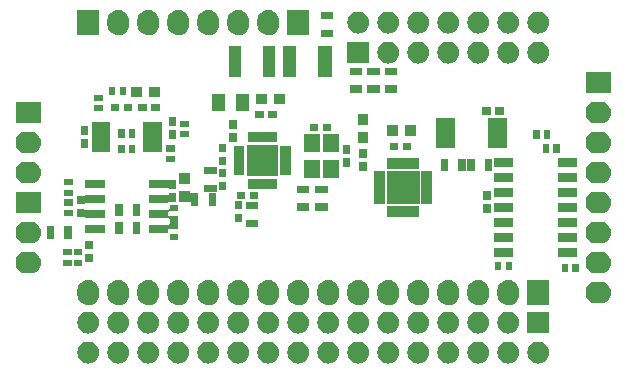
<source format=gts>
G04 #@! TF.FileFunction,Soldermask,Top*
%FSLAX46Y46*%
G04 Gerber Fmt 4.6, Leading zero omitted, Abs format (unit mm)*
G04 Created by KiCad (PCBNEW 4.0.1-stable) date Friday, February 12, 2016 'PMt' 08:25:32 PM*
%MOMM*%
G01*
G04 APERTURE LIST*
%ADD10C,0.100000*%
G04 APERTURE END LIST*
D10*
G36*
X175446372Y-98147343D02*
X175446382Y-98147346D01*
X175446419Y-98147350D01*
X175619266Y-98200855D01*
X175778428Y-98286913D01*
X175917843Y-98402248D01*
X176032201Y-98542465D01*
X176117147Y-98702224D01*
X176169444Y-98875439D01*
X176187100Y-99055514D01*
X176187100Y-99064486D01*
X176187010Y-99077430D01*
X176166841Y-99257241D01*
X176112130Y-99429710D01*
X176024963Y-99588267D01*
X175908658Y-99726874D01*
X175767646Y-99840250D01*
X175607298Y-99924078D01*
X175433721Y-99975165D01*
X175433685Y-99975168D01*
X175433676Y-99975171D01*
X175253530Y-99991565D01*
X175073628Y-99972657D01*
X175073618Y-99972654D01*
X175073581Y-99972650D01*
X174900734Y-99919145D01*
X174741572Y-99833087D01*
X174602157Y-99717752D01*
X174487799Y-99577535D01*
X174402853Y-99417776D01*
X174350556Y-99244561D01*
X174332900Y-99064486D01*
X174332900Y-99055514D01*
X174332990Y-99042570D01*
X174353159Y-98862759D01*
X174407870Y-98690290D01*
X174495037Y-98531733D01*
X174611342Y-98393126D01*
X174752354Y-98279750D01*
X174912702Y-98195922D01*
X175086279Y-98144835D01*
X175086315Y-98144832D01*
X175086324Y-98144829D01*
X175266470Y-98128435D01*
X175446372Y-98147343D01*
X175446372Y-98147343D01*
G37*
G36*
X177986372Y-98147343D02*
X177986382Y-98147346D01*
X177986419Y-98147350D01*
X178159266Y-98200855D01*
X178318428Y-98286913D01*
X178457843Y-98402248D01*
X178572201Y-98542465D01*
X178657147Y-98702224D01*
X178709444Y-98875439D01*
X178727100Y-99055514D01*
X178727100Y-99064486D01*
X178727010Y-99077430D01*
X178706841Y-99257241D01*
X178652130Y-99429710D01*
X178564963Y-99588267D01*
X178448658Y-99726874D01*
X178307646Y-99840250D01*
X178147298Y-99924078D01*
X177973721Y-99975165D01*
X177973685Y-99975168D01*
X177973676Y-99975171D01*
X177793530Y-99991565D01*
X177613628Y-99972657D01*
X177613618Y-99972654D01*
X177613581Y-99972650D01*
X177440734Y-99919145D01*
X177281572Y-99833087D01*
X177142157Y-99717752D01*
X177027799Y-99577535D01*
X176942853Y-99417776D01*
X176890556Y-99244561D01*
X176872900Y-99064486D01*
X176872900Y-99055514D01*
X176872990Y-99042570D01*
X176893159Y-98862759D01*
X176947870Y-98690290D01*
X177035037Y-98531733D01*
X177151342Y-98393126D01*
X177292354Y-98279750D01*
X177452702Y-98195922D01*
X177626279Y-98144835D01*
X177626315Y-98144832D01*
X177626324Y-98144829D01*
X177806470Y-98128435D01*
X177986372Y-98147343D01*
X177986372Y-98147343D01*
G37*
G36*
X180526372Y-98147343D02*
X180526382Y-98147346D01*
X180526419Y-98147350D01*
X180699266Y-98200855D01*
X180858428Y-98286913D01*
X180997843Y-98402248D01*
X181112201Y-98542465D01*
X181197147Y-98702224D01*
X181249444Y-98875439D01*
X181267100Y-99055514D01*
X181267100Y-99064486D01*
X181267010Y-99077430D01*
X181246841Y-99257241D01*
X181192130Y-99429710D01*
X181104963Y-99588267D01*
X180988658Y-99726874D01*
X180847646Y-99840250D01*
X180687298Y-99924078D01*
X180513721Y-99975165D01*
X180513685Y-99975168D01*
X180513676Y-99975171D01*
X180333530Y-99991565D01*
X180153628Y-99972657D01*
X180153618Y-99972654D01*
X180153581Y-99972650D01*
X179980734Y-99919145D01*
X179821572Y-99833087D01*
X179682157Y-99717752D01*
X179567799Y-99577535D01*
X179482853Y-99417776D01*
X179430556Y-99244561D01*
X179412900Y-99064486D01*
X179412900Y-99055514D01*
X179412990Y-99042570D01*
X179433159Y-98862759D01*
X179487870Y-98690290D01*
X179575037Y-98531733D01*
X179691342Y-98393126D01*
X179832354Y-98279750D01*
X179992702Y-98195922D01*
X180166279Y-98144835D01*
X180166315Y-98144832D01*
X180166324Y-98144829D01*
X180346470Y-98128435D01*
X180526372Y-98147343D01*
X180526372Y-98147343D01*
G37*
G36*
X183066372Y-98147343D02*
X183066382Y-98147346D01*
X183066419Y-98147350D01*
X183239266Y-98200855D01*
X183398428Y-98286913D01*
X183537843Y-98402248D01*
X183652201Y-98542465D01*
X183737147Y-98702224D01*
X183789444Y-98875439D01*
X183807100Y-99055514D01*
X183807100Y-99064486D01*
X183807010Y-99077430D01*
X183786841Y-99257241D01*
X183732130Y-99429710D01*
X183644963Y-99588267D01*
X183528658Y-99726874D01*
X183387646Y-99840250D01*
X183227298Y-99924078D01*
X183053721Y-99975165D01*
X183053685Y-99975168D01*
X183053676Y-99975171D01*
X182873530Y-99991565D01*
X182693628Y-99972657D01*
X182693618Y-99972654D01*
X182693581Y-99972650D01*
X182520734Y-99919145D01*
X182361572Y-99833087D01*
X182222157Y-99717752D01*
X182107799Y-99577535D01*
X182022853Y-99417776D01*
X181970556Y-99244561D01*
X181952900Y-99064486D01*
X181952900Y-99055514D01*
X181952990Y-99042570D01*
X181973159Y-98862759D01*
X182027870Y-98690290D01*
X182115037Y-98531733D01*
X182231342Y-98393126D01*
X182372354Y-98279750D01*
X182532702Y-98195922D01*
X182706279Y-98144835D01*
X182706315Y-98144832D01*
X182706324Y-98144829D01*
X182886470Y-98128435D01*
X183066372Y-98147343D01*
X183066372Y-98147343D01*
G37*
G36*
X185606372Y-98147343D02*
X185606382Y-98147346D01*
X185606419Y-98147350D01*
X185779266Y-98200855D01*
X185938428Y-98286913D01*
X186077843Y-98402248D01*
X186192201Y-98542465D01*
X186277147Y-98702224D01*
X186329444Y-98875439D01*
X186347100Y-99055514D01*
X186347100Y-99064486D01*
X186347010Y-99077430D01*
X186326841Y-99257241D01*
X186272130Y-99429710D01*
X186184963Y-99588267D01*
X186068658Y-99726874D01*
X185927646Y-99840250D01*
X185767298Y-99924078D01*
X185593721Y-99975165D01*
X185593685Y-99975168D01*
X185593676Y-99975171D01*
X185413530Y-99991565D01*
X185233628Y-99972657D01*
X185233618Y-99972654D01*
X185233581Y-99972650D01*
X185060734Y-99919145D01*
X184901572Y-99833087D01*
X184762157Y-99717752D01*
X184647799Y-99577535D01*
X184562853Y-99417776D01*
X184510556Y-99244561D01*
X184492900Y-99064486D01*
X184492900Y-99055514D01*
X184492990Y-99042570D01*
X184513159Y-98862759D01*
X184567870Y-98690290D01*
X184655037Y-98531733D01*
X184771342Y-98393126D01*
X184912354Y-98279750D01*
X185072702Y-98195922D01*
X185246279Y-98144835D01*
X185246315Y-98144832D01*
X185246324Y-98144829D01*
X185426470Y-98128435D01*
X185606372Y-98147343D01*
X185606372Y-98147343D01*
G37*
G36*
X188146372Y-98147343D02*
X188146382Y-98147346D01*
X188146419Y-98147350D01*
X188319266Y-98200855D01*
X188478428Y-98286913D01*
X188617843Y-98402248D01*
X188732201Y-98542465D01*
X188817147Y-98702224D01*
X188869444Y-98875439D01*
X188887100Y-99055514D01*
X188887100Y-99064486D01*
X188887010Y-99077430D01*
X188866841Y-99257241D01*
X188812130Y-99429710D01*
X188724963Y-99588267D01*
X188608658Y-99726874D01*
X188467646Y-99840250D01*
X188307298Y-99924078D01*
X188133721Y-99975165D01*
X188133685Y-99975168D01*
X188133676Y-99975171D01*
X187953530Y-99991565D01*
X187773628Y-99972657D01*
X187773618Y-99972654D01*
X187773581Y-99972650D01*
X187600734Y-99919145D01*
X187441572Y-99833087D01*
X187302157Y-99717752D01*
X187187799Y-99577535D01*
X187102853Y-99417776D01*
X187050556Y-99244561D01*
X187032900Y-99064486D01*
X187032900Y-99055514D01*
X187032990Y-99042570D01*
X187053159Y-98862759D01*
X187107870Y-98690290D01*
X187195037Y-98531733D01*
X187311342Y-98393126D01*
X187452354Y-98279750D01*
X187612702Y-98195922D01*
X187786279Y-98144835D01*
X187786315Y-98144832D01*
X187786324Y-98144829D01*
X187966470Y-98128435D01*
X188146372Y-98147343D01*
X188146372Y-98147343D01*
G37*
G36*
X190686372Y-98147343D02*
X190686382Y-98147346D01*
X190686419Y-98147350D01*
X190859266Y-98200855D01*
X191018428Y-98286913D01*
X191157843Y-98402248D01*
X191272201Y-98542465D01*
X191357147Y-98702224D01*
X191409444Y-98875439D01*
X191427100Y-99055514D01*
X191427100Y-99064486D01*
X191427010Y-99077430D01*
X191406841Y-99257241D01*
X191352130Y-99429710D01*
X191264963Y-99588267D01*
X191148658Y-99726874D01*
X191007646Y-99840250D01*
X190847298Y-99924078D01*
X190673721Y-99975165D01*
X190673685Y-99975168D01*
X190673676Y-99975171D01*
X190493530Y-99991565D01*
X190313628Y-99972657D01*
X190313618Y-99972654D01*
X190313581Y-99972650D01*
X190140734Y-99919145D01*
X189981572Y-99833087D01*
X189842157Y-99717752D01*
X189727799Y-99577535D01*
X189642853Y-99417776D01*
X189590556Y-99244561D01*
X189572900Y-99064486D01*
X189572900Y-99055514D01*
X189572990Y-99042570D01*
X189593159Y-98862759D01*
X189647870Y-98690290D01*
X189735037Y-98531733D01*
X189851342Y-98393126D01*
X189992354Y-98279750D01*
X190152702Y-98195922D01*
X190326279Y-98144835D01*
X190326315Y-98144832D01*
X190326324Y-98144829D01*
X190506470Y-98128435D01*
X190686372Y-98147343D01*
X190686372Y-98147343D01*
G37*
G36*
X193226372Y-98147343D02*
X193226382Y-98147346D01*
X193226419Y-98147350D01*
X193399266Y-98200855D01*
X193558428Y-98286913D01*
X193697843Y-98402248D01*
X193812201Y-98542465D01*
X193897147Y-98702224D01*
X193949444Y-98875439D01*
X193967100Y-99055514D01*
X193967100Y-99064486D01*
X193967010Y-99077430D01*
X193946841Y-99257241D01*
X193892130Y-99429710D01*
X193804963Y-99588267D01*
X193688658Y-99726874D01*
X193547646Y-99840250D01*
X193387298Y-99924078D01*
X193213721Y-99975165D01*
X193213685Y-99975168D01*
X193213676Y-99975171D01*
X193033530Y-99991565D01*
X192853628Y-99972657D01*
X192853618Y-99972654D01*
X192853581Y-99972650D01*
X192680734Y-99919145D01*
X192521572Y-99833087D01*
X192382157Y-99717752D01*
X192267799Y-99577535D01*
X192182853Y-99417776D01*
X192130556Y-99244561D01*
X192112900Y-99064486D01*
X192112900Y-99055514D01*
X192112990Y-99042570D01*
X192133159Y-98862759D01*
X192187870Y-98690290D01*
X192275037Y-98531733D01*
X192391342Y-98393126D01*
X192532354Y-98279750D01*
X192692702Y-98195922D01*
X192866279Y-98144835D01*
X192866315Y-98144832D01*
X192866324Y-98144829D01*
X193046470Y-98128435D01*
X193226372Y-98147343D01*
X193226372Y-98147343D01*
G37*
G36*
X195766372Y-98147343D02*
X195766382Y-98147346D01*
X195766419Y-98147350D01*
X195939266Y-98200855D01*
X196098428Y-98286913D01*
X196237843Y-98402248D01*
X196352201Y-98542465D01*
X196437147Y-98702224D01*
X196489444Y-98875439D01*
X196507100Y-99055514D01*
X196507100Y-99064486D01*
X196507010Y-99077430D01*
X196486841Y-99257241D01*
X196432130Y-99429710D01*
X196344963Y-99588267D01*
X196228658Y-99726874D01*
X196087646Y-99840250D01*
X195927298Y-99924078D01*
X195753721Y-99975165D01*
X195753685Y-99975168D01*
X195753676Y-99975171D01*
X195573530Y-99991565D01*
X195393628Y-99972657D01*
X195393618Y-99972654D01*
X195393581Y-99972650D01*
X195220734Y-99919145D01*
X195061572Y-99833087D01*
X194922157Y-99717752D01*
X194807799Y-99577535D01*
X194722853Y-99417776D01*
X194670556Y-99244561D01*
X194652900Y-99064486D01*
X194652900Y-99055514D01*
X194652990Y-99042570D01*
X194673159Y-98862759D01*
X194727870Y-98690290D01*
X194815037Y-98531733D01*
X194931342Y-98393126D01*
X195072354Y-98279750D01*
X195232702Y-98195922D01*
X195406279Y-98144835D01*
X195406315Y-98144832D01*
X195406324Y-98144829D01*
X195586470Y-98128435D01*
X195766372Y-98147343D01*
X195766372Y-98147343D01*
G37*
G36*
X198306372Y-98147343D02*
X198306382Y-98147346D01*
X198306419Y-98147350D01*
X198479266Y-98200855D01*
X198638428Y-98286913D01*
X198777843Y-98402248D01*
X198892201Y-98542465D01*
X198977147Y-98702224D01*
X199029444Y-98875439D01*
X199047100Y-99055514D01*
X199047100Y-99064486D01*
X199047010Y-99077430D01*
X199026841Y-99257241D01*
X198972130Y-99429710D01*
X198884963Y-99588267D01*
X198768658Y-99726874D01*
X198627646Y-99840250D01*
X198467298Y-99924078D01*
X198293721Y-99975165D01*
X198293685Y-99975168D01*
X198293676Y-99975171D01*
X198113530Y-99991565D01*
X197933628Y-99972657D01*
X197933618Y-99972654D01*
X197933581Y-99972650D01*
X197760734Y-99919145D01*
X197601572Y-99833087D01*
X197462157Y-99717752D01*
X197347799Y-99577535D01*
X197262853Y-99417776D01*
X197210556Y-99244561D01*
X197192900Y-99064486D01*
X197192900Y-99055514D01*
X197192990Y-99042570D01*
X197213159Y-98862759D01*
X197267870Y-98690290D01*
X197355037Y-98531733D01*
X197471342Y-98393126D01*
X197612354Y-98279750D01*
X197772702Y-98195922D01*
X197946279Y-98144835D01*
X197946315Y-98144832D01*
X197946324Y-98144829D01*
X198126470Y-98128435D01*
X198306372Y-98147343D01*
X198306372Y-98147343D01*
G37*
G36*
X200846372Y-98147343D02*
X200846382Y-98147346D01*
X200846419Y-98147350D01*
X201019266Y-98200855D01*
X201178428Y-98286913D01*
X201317843Y-98402248D01*
X201432201Y-98542465D01*
X201517147Y-98702224D01*
X201569444Y-98875439D01*
X201587100Y-99055514D01*
X201587100Y-99064486D01*
X201587010Y-99077430D01*
X201566841Y-99257241D01*
X201512130Y-99429710D01*
X201424963Y-99588267D01*
X201308658Y-99726874D01*
X201167646Y-99840250D01*
X201007298Y-99924078D01*
X200833721Y-99975165D01*
X200833685Y-99975168D01*
X200833676Y-99975171D01*
X200653530Y-99991565D01*
X200473628Y-99972657D01*
X200473618Y-99972654D01*
X200473581Y-99972650D01*
X200300734Y-99919145D01*
X200141572Y-99833087D01*
X200002157Y-99717752D01*
X199887799Y-99577535D01*
X199802853Y-99417776D01*
X199750556Y-99244561D01*
X199732900Y-99064486D01*
X199732900Y-99055514D01*
X199732990Y-99042570D01*
X199753159Y-98862759D01*
X199807870Y-98690290D01*
X199895037Y-98531733D01*
X200011342Y-98393126D01*
X200152354Y-98279750D01*
X200312702Y-98195922D01*
X200486279Y-98144835D01*
X200486315Y-98144832D01*
X200486324Y-98144829D01*
X200666470Y-98128435D01*
X200846372Y-98147343D01*
X200846372Y-98147343D01*
G37*
G36*
X203386372Y-98147343D02*
X203386382Y-98147346D01*
X203386419Y-98147350D01*
X203559266Y-98200855D01*
X203718428Y-98286913D01*
X203857843Y-98402248D01*
X203972201Y-98542465D01*
X204057147Y-98702224D01*
X204109444Y-98875439D01*
X204127100Y-99055514D01*
X204127100Y-99064486D01*
X204127010Y-99077430D01*
X204106841Y-99257241D01*
X204052130Y-99429710D01*
X203964963Y-99588267D01*
X203848658Y-99726874D01*
X203707646Y-99840250D01*
X203547298Y-99924078D01*
X203373721Y-99975165D01*
X203373685Y-99975168D01*
X203373676Y-99975171D01*
X203193530Y-99991565D01*
X203013628Y-99972657D01*
X203013618Y-99972654D01*
X203013581Y-99972650D01*
X202840734Y-99919145D01*
X202681572Y-99833087D01*
X202542157Y-99717752D01*
X202427799Y-99577535D01*
X202342853Y-99417776D01*
X202290556Y-99244561D01*
X202272900Y-99064486D01*
X202272900Y-99055514D01*
X202272990Y-99042570D01*
X202293159Y-98862759D01*
X202347870Y-98690290D01*
X202435037Y-98531733D01*
X202551342Y-98393126D01*
X202692354Y-98279750D01*
X202852702Y-98195922D01*
X203026279Y-98144835D01*
X203026315Y-98144832D01*
X203026324Y-98144829D01*
X203206470Y-98128435D01*
X203386372Y-98147343D01*
X203386372Y-98147343D01*
G37*
G36*
X205926372Y-98147343D02*
X205926382Y-98147346D01*
X205926419Y-98147350D01*
X206099266Y-98200855D01*
X206258428Y-98286913D01*
X206397843Y-98402248D01*
X206512201Y-98542465D01*
X206597147Y-98702224D01*
X206649444Y-98875439D01*
X206667100Y-99055514D01*
X206667100Y-99064486D01*
X206667010Y-99077430D01*
X206646841Y-99257241D01*
X206592130Y-99429710D01*
X206504963Y-99588267D01*
X206388658Y-99726874D01*
X206247646Y-99840250D01*
X206087298Y-99924078D01*
X205913721Y-99975165D01*
X205913685Y-99975168D01*
X205913676Y-99975171D01*
X205733530Y-99991565D01*
X205553628Y-99972657D01*
X205553618Y-99972654D01*
X205553581Y-99972650D01*
X205380734Y-99919145D01*
X205221572Y-99833087D01*
X205082157Y-99717752D01*
X204967799Y-99577535D01*
X204882853Y-99417776D01*
X204830556Y-99244561D01*
X204812900Y-99064486D01*
X204812900Y-99055514D01*
X204812990Y-99042570D01*
X204833159Y-98862759D01*
X204887870Y-98690290D01*
X204975037Y-98531733D01*
X205091342Y-98393126D01*
X205232354Y-98279750D01*
X205392702Y-98195922D01*
X205566279Y-98144835D01*
X205566315Y-98144832D01*
X205566324Y-98144829D01*
X205746470Y-98128435D01*
X205926372Y-98147343D01*
X205926372Y-98147343D01*
G37*
G36*
X208466372Y-98147343D02*
X208466382Y-98147346D01*
X208466419Y-98147350D01*
X208639266Y-98200855D01*
X208798428Y-98286913D01*
X208937843Y-98402248D01*
X209052201Y-98542465D01*
X209137147Y-98702224D01*
X209189444Y-98875439D01*
X209207100Y-99055514D01*
X209207100Y-99064486D01*
X209207010Y-99077430D01*
X209186841Y-99257241D01*
X209132130Y-99429710D01*
X209044963Y-99588267D01*
X208928658Y-99726874D01*
X208787646Y-99840250D01*
X208627298Y-99924078D01*
X208453721Y-99975165D01*
X208453685Y-99975168D01*
X208453676Y-99975171D01*
X208273530Y-99991565D01*
X208093628Y-99972657D01*
X208093618Y-99972654D01*
X208093581Y-99972650D01*
X207920734Y-99919145D01*
X207761572Y-99833087D01*
X207622157Y-99717752D01*
X207507799Y-99577535D01*
X207422853Y-99417776D01*
X207370556Y-99244561D01*
X207352900Y-99064486D01*
X207352900Y-99055514D01*
X207352990Y-99042570D01*
X207373159Y-98862759D01*
X207427870Y-98690290D01*
X207515037Y-98531733D01*
X207631342Y-98393126D01*
X207772354Y-98279750D01*
X207932702Y-98195922D01*
X208106279Y-98144835D01*
X208106315Y-98144832D01*
X208106324Y-98144829D01*
X208286470Y-98128435D01*
X208466372Y-98147343D01*
X208466372Y-98147343D01*
G37*
G36*
X211006372Y-98147343D02*
X211006382Y-98147346D01*
X211006419Y-98147350D01*
X211179266Y-98200855D01*
X211338428Y-98286913D01*
X211477843Y-98402248D01*
X211592201Y-98542465D01*
X211677147Y-98702224D01*
X211729444Y-98875439D01*
X211747100Y-99055514D01*
X211747100Y-99064486D01*
X211747010Y-99077430D01*
X211726841Y-99257241D01*
X211672130Y-99429710D01*
X211584963Y-99588267D01*
X211468658Y-99726874D01*
X211327646Y-99840250D01*
X211167298Y-99924078D01*
X210993721Y-99975165D01*
X210993685Y-99975168D01*
X210993676Y-99975171D01*
X210813530Y-99991565D01*
X210633628Y-99972657D01*
X210633618Y-99972654D01*
X210633581Y-99972650D01*
X210460734Y-99919145D01*
X210301572Y-99833087D01*
X210162157Y-99717752D01*
X210047799Y-99577535D01*
X209962853Y-99417776D01*
X209910556Y-99244561D01*
X209892900Y-99064486D01*
X209892900Y-99055514D01*
X209892990Y-99042570D01*
X209913159Y-98862759D01*
X209967870Y-98690290D01*
X210055037Y-98531733D01*
X210171342Y-98393126D01*
X210312354Y-98279750D01*
X210472702Y-98195922D01*
X210646279Y-98144835D01*
X210646315Y-98144832D01*
X210646324Y-98144829D01*
X210826470Y-98128435D01*
X211006372Y-98147343D01*
X211006372Y-98147343D01*
G37*
G36*
X213546372Y-98147343D02*
X213546382Y-98147346D01*
X213546419Y-98147350D01*
X213719266Y-98200855D01*
X213878428Y-98286913D01*
X214017843Y-98402248D01*
X214132201Y-98542465D01*
X214217147Y-98702224D01*
X214269444Y-98875439D01*
X214287100Y-99055514D01*
X214287100Y-99064486D01*
X214287010Y-99077430D01*
X214266841Y-99257241D01*
X214212130Y-99429710D01*
X214124963Y-99588267D01*
X214008658Y-99726874D01*
X213867646Y-99840250D01*
X213707298Y-99924078D01*
X213533721Y-99975165D01*
X213533685Y-99975168D01*
X213533676Y-99975171D01*
X213353530Y-99991565D01*
X213173628Y-99972657D01*
X213173618Y-99972654D01*
X213173581Y-99972650D01*
X213000734Y-99919145D01*
X212841572Y-99833087D01*
X212702157Y-99717752D01*
X212587799Y-99577535D01*
X212502853Y-99417776D01*
X212450556Y-99244561D01*
X212432900Y-99064486D01*
X212432900Y-99055514D01*
X212432990Y-99042570D01*
X212453159Y-98862759D01*
X212507870Y-98690290D01*
X212595037Y-98531733D01*
X212711342Y-98393126D01*
X212852354Y-98279750D01*
X213012702Y-98195922D01*
X213186279Y-98144835D01*
X213186315Y-98144832D01*
X213186324Y-98144829D01*
X213366470Y-98128435D01*
X213546372Y-98147343D01*
X213546372Y-98147343D01*
G37*
G36*
X175446372Y-95607343D02*
X175446382Y-95607346D01*
X175446419Y-95607350D01*
X175619266Y-95660855D01*
X175778428Y-95746913D01*
X175917843Y-95862248D01*
X176032201Y-96002465D01*
X176117147Y-96162224D01*
X176169444Y-96335439D01*
X176187100Y-96515514D01*
X176187100Y-96524486D01*
X176187010Y-96537430D01*
X176166841Y-96717241D01*
X176112130Y-96889710D01*
X176024963Y-97048267D01*
X175908658Y-97186874D01*
X175767646Y-97300250D01*
X175607298Y-97384078D01*
X175433721Y-97435165D01*
X175433685Y-97435168D01*
X175433676Y-97435171D01*
X175253530Y-97451565D01*
X175073628Y-97432657D01*
X175073618Y-97432654D01*
X175073581Y-97432650D01*
X174900734Y-97379145D01*
X174741572Y-97293087D01*
X174602157Y-97177752D01*
X174487799Y-97037535D01*
X174402853Y-96877776D01*
X174350556Y-96704561D01*
X174332900Y-96524486D01*
X174332900Y-96515514D01*
X174332990Y-96502570D01*
X174353159Y-96322759D01*
X174407870Y-96150290D01*
X174495037Y-95991733D01*
X174611342Y-95853126D01*
X174752354Y-95739750D01*
X174912702Y-95655922D01*
X175086279Y-95604835D01*
X175086315Y-95604832D01*
X175086324Y-95604829D01*
X175266470Y-95588435D01*
X175446372Y-95607343D01*
X175446372Y-95607343D01*
G37*
G36*
X177986372Y-95607343D02*
X177986382Y-95607346D01*
X177986419Y-95607350D01*
X178159266Y-95660855D01*
X178318428Y-95746913D01*
X178457843Y-95862248D01*
X178572201Y-96002465D01*
X178657147Y-96162224D01*
X178709444Y-96335439D01*
X178727100Y-96515514D01*
X178727100Y-96524486D01*
X178727010Y-96537430D01*
X178706841Y-96717241D01*
X178652130Y-96889710D01*
X178564963Y-97048267D01*
X178448658Y-97186874D01*
X178307646Y-97300250D01*
X178147298Y-97384078D01*
X177973721Y-97435165D01*
X177973685Y-97435168D01*
X177973676Y-97435171D01*
X177793530Y-97451565D01*
X177613628Y-97432657D01*
X177613618Y-97432654D01*
X177613581Y-97432650D01*
X177440734Y-97379145D01*
X177281572Y-97293087D01*
X177142157Y-97177752D01*
X177027799Y-97037535D01*
X176942853Y-96877776D01*
X176890556Y-96704561D01*
X176872900Y-96524486D01*
X176872900Y-96515514D01*
X176872990Y-96502570D01*
X176893159Y-96322759D01*
X176947870Y-96150290D01*
X177035037Y-95991733D01*
X177151342Y-95853126D01*
X177292354Y-95739750D01*
X177452702Y-95655922D01*
X177626279Y-95604835D01*
X177626315Y-95604832D01*
X177626324Y-95604829D01*
X177806470Y-95588435D01*
X177986372Y-95607343D01*
X177986372Y-95607343D01*
G37*
G36*
X211006372Y-95607343D02*
X211006382Y-95607346D01*
X211006419Y-95607350D01*
X211179266Y-95660855D01*
X211338428Y-95746913D01*
X211477843Y-95862248D01*
X211592201Y-96002465D01*
X211677147Y-96162224D01*
X211729444Y-96335439D01*
X211747100Y-96515514D01*
X211747100Y-96524486D01*
X211747010Y-96537430D01*
X211726841Y-96717241D01*
X211672130Y-96889710D01*
X211584963Y-97048267D01*
X211468658Y-97186874D01*
X211327646Y-97300250D01*
X211167298Y-97384078D01*
X210993721Y-97435165D01*
X210993685Y-97435168D01*
X210993676Y-97435171D01*
X210813530Y-97451565D01*
X210633628Y-97432657D01*
X210633618Y-97432654D01*
X210633581Y-97432650D01*
X210460734Y-97379145D01*
X210301572Y-97293087D01*
X210162157Y-97177752D01*
X210047799Y-97037535D01*
X209962853Y-96877776D01*
X209910556Y-96704561D01*
X209892900Y-96524486D01*
X209892900Y-96515514D01*
X209892990Y-96502570D01*
X209913159Y-96322759D01*
X209967870Y-96150290D01*
X210055037Y-95991733D01*
X210171342Y-95853126D01*
X210312354Y-95739750D01*
X210472702Y-95655922D01*
X210646279Y-95604835D01*
X210646315Y-95604832D01*
X210646324Y-95604829D01*
X210826470Y-95588435D01*
X211006372Y-95607343D01*
X211006372Y-95607343D01*
G37*
G36*
X208466372Y-95607343D02*
X208466382Y-95607346D01*
X208466419Y-95607350D01*
X208639266Y-95660855D01*
X208798428Y-95746913D01*
X208937843Y-95862248D01*
X209052201Y-96002465D01*
X209137147Y-96162224D01*
X209189444Y-96335439D01*
X209207100Y-96515514D01*
X209207100Y-96524486D01*
X209207010Y-96537430D01*
X209186841Y-96717241D01*
X209132130Y-96889710D01*
X209044963Y-97048267D01*
X208928658Y-97186874D01*
X208787646Y-97300250D01*
X208627298Y-97384078D01*
X208453721Y-97435165D01*
X208453685Y-97435168D01*
X208453676Y-97435171D01*
X208273530Y-97451565D01*
X208093628Y-97432657D01*
X208093618Y-97432654D01*
X208093581Y-97432650D01*
X207920734Y-97379145D01*
X207761572Y-97293087D01*
X207622157Y-97177752D01*
X207507799Y-97037535D01*
X207422853Y-96877776D01*
X207370556Y-96704561D01*
X207352900Y-96524486D01*
X207352900Y-96515514D01*
X207352990Y-96502570D01*
X207373159Y-96322759D01*
X207427870Y-96150290D01*
X207515037Y-95991733D01*
X207631342Y-95853126D01*
X207772354Y-95739750D01*
X207932702Y-95655922D01*
X208106279Y-95604835D01*
X208106315Y-95604832D01*
X208106324Y-95604829D01*
X208286470Y-95588435D01*
X208466372Y-95607343D01*
X208466372Y-95607343D01*
G37*
G36*
X180526372Y-95607343D02*
X180526382Y-95607346D01*
X180526419Y-95607350D01*
X180699266Y-95660855D01*
X180858428Y-95746913D01*
X180997843Y-95862248D01*
X181112201Y-96002465D01*
X181197147Y-96162224D01*
X181249444Y-96335439D01*
X181267100Y-96515514D01*
X181267100Y-96524486D01*
X181267010Y-96537430D01*
X181246841Y-96717241D01*
X181192130Y-96889710D01*
X181104963Y-97048267D01*
X180988658Y-97186874D01*
X180847646Y-97300250D01*
X180687298Y-97384078D01*
X180513721Y-97435165D01*
X180513685Y-97435168D01*
X180513676Y-97435171D01*
X180333530Y-97451565D01*
X180153628Y-97432657D01*
X180153618Y-97432654D01*
X180153581Y-97432650D01*
X179980734Y-97379145D01*
X179821572Y-97293087D01*
X179682157Y-97177752D01*
X179567799Y-97037535D01*
X179482853Y-96877776D01*
X179430556Y-96704561D01*
X179412900Y-96524486D01*
X179412900Y-96515514D01*
X179412990Y-96502570D01*
X179433159Y-96322759D01*
X179487870Y-96150290D01*
X179575037Y-95991733D01*
X179691342Y-95853126D01*
X179832354Y-95739750D01*
X179992702Y-95655922D01*
X180166279Y-95604835D01*
X180166315Y-95604832D01*
X180166324Y-95604829D01*
X180346470Y-95588435D01*
X180526372Y-95607343D01*
X180526372Y-95607343D01*
G37*
G36*
X205926372Y-95607343D02*
X205926382Y-95607346D01*
X205926419Y-95607350D01*
X206099266Y-95660855D01*
X206258428Y-95746913D01*
X206397843Y-95862248D01*
X206512201Y-96002465D01*
X206597147Y-96162224D01*
X206649444Y-96335439D01*
X206667100Y-96515514D01*
X206667100Y-96524486D01*
X206667010Y-96537430D01*
X206646841Y-96717241D01*
X206592130Y-96889710D01*
X206504963Y-97048267D01*
X206388658Y-97186874D01*
X206247646Y-97300250D01*
X206087298Y-97384078D01*
X205913721Y-97435165D01*
X205913685Y-97435168D01*
X205913676Y-97435171D01*
X205733530Y-97451565D01*
X205553628Y-97432657D01*
X205553618Y-97432654D01*
X205553581Y-97432650D01*
X205380734Y-97379145D01*
X205221572Y-97293087D01*
X205082157Y-97177752D01*
X204967799Y-97037535D01*
X204882853Y-96877776D01*
X204830556Y-96704561D01*
X204812900Y-96524486D01*
X204812900Y-96515514D01*
X204812990Y-96502570D01*
X204833159Y-96322759D01*
X204887870Y-96150290D01*
X204975037Y-95991733D01*
X205091342Y-95853126D01*
X205232354Y-95739750D01*
X205392702Y-95655922D01*
X205566279Y-95604835D01*
X205566315Y-95604832D01*
X205566324Y-95604829D01*
X205746470Y-95588435D01*
X205926372Y-95607343D01*
X205926372Y-95607343D01*
G37*
G36*
X203386372Y-95607343D02*
X203386382Y-95607346D01*
X203386419Y-95607350D01*
X203559266Y-95660855D01*
X203718428Y-95746913D01*
X203857843Y-95862248D01*
X203972201Y-96002465D01*
X204057147Y-96162224D01*
X204109444Y-96335439D01*
X204127100Y-96515514D01*
X204127100Y-96524486D01*
X204127010Y-96537430D01*
X204106841Y-96717241D01*
X204052130Y-96889710D01*
X203964963Y-97048267D01*
X203848658Y-97186874D01*
X203707646Y-97300250D01*
X203547298Y-97384078D01*
X203373721Y-97435165D01*
X203373685Y-97435168D01*
X203373676Y-97435171D01*
X203193530Y-97451565D01*
X203013628Y-97432657D01*
X203013618Y-97432654D01*
X203013581Y-97432650D01*
X202840734Y-97379145D01*
X202681572Y-97293087D01*
X202542157Y-97177752D01*
X202427799Y-97037535D01*
X202342853Y-96877776D01*
X202290556Y-96704561D01*
X202272900Y-96524486D01*
X202272900Y-96515514D01*
X202272990Y-96502570D01*
X202293159Y-96322759D01*
X202347870Y-96150290D01*
X202435037Y-95991733D01*
X202551342Y-95853126D01*
X202692354Y-95739750D01*
X202852702Y-95655922D01*
X203026279Y-95604835D01*
X203026315Y-95604832D01*
X203026324Y-95604829D01*
X203206470Y-95588435D01*
X203386372Y-95607343D01*
X203386372Y-95607343D01*
G37*
G36*
X183066372Y-95607343D02*
X183066382Y-95607346D01*
X183066419Y-95607350D01*
X183239266Y-95660855D01*
X183398428Y-95746913D01*
X183537843Y-95862248D01*
X183652201Y-96002465D01*
X183737147Y-96162224D01*
X183789444Y-96335439D01*
X183807100Y-96515514D01*
X183807100Y-96524486D01*
X183807010Y-96537430D01*
X183786841Y-96717241D01*
X183732130Y-96889710D01*
X183644963Y-97048267D01*
X183528658Y-97186874D01*
X183387646Y-97300250D01*
X183227298Y-97384078D01*
X183053721Y-97435165D01*
X183053685Y-97435168D01*
X183053676Y-97435171D01*
X182873530Y-97451565D01*
X182693628Y-97432657D01*
X182693618Y-97432654D01*
X182693581Y-97432650D01*
X182520734Y-97379145D01*
X182361572Y-97293087D01*
X182222157Y-97177752D01*
X182107799Y-97037535D01*
X182022853Y-96877776D01*
X181970556Y-96704561D01*
X181952900Y-96524486D01*
X181952900Y-96515514D01*
X181952990Y-96502570D01*
X181973159Y-96322759D01*
X182027870Y-96150290D01*
X182115037Y-95991733D01*
X182231342Y-95853126D01*
X182372354Y-95739750D01*
X182532702Y-95655922D01*
X182706279Y-95604835D01*
X182706315Y-95604832D01*
X182706324Y-95604829D01*
X182886470Y-95588435D01*
X183066372Y-95607343D01*
X183066372Y-95607343D01*
G37*
G36*
X200846372Y-95607343D02*
X200846382Y-95607346D01*
X200846419Y-95607350D01*
X201019266Y-95660855D01*
X201178428Y-95746913D01*
X201317843Y-95862248D01*
X201432201Y-96002465D01*
X201517147Y-96162224D01*
X201569444Y-96335439D01*
X201587100Y-96515514D01*
X201587100Y-96524486D01*
X201587010Y-96537430D01*
X201566841Y-96717241D01*
X201512130Y-96889710D01*
X201424963Y-97048267D01*
X201308658Y-97186874D01*
X201167646Y-97300250D01*
X201007298Y-97384078D01*
X200833721Y-97435165D01*
X200833685Y-97435168D01*
X200833676Y-97435171D01*
X200653530Y-97451565D01*
X200473628Y-97432657D01*
X200473618Y-97432654D01*
X200473581Y-97432650D01*
X200300734Y-97379145D01*
X200141572Y-97293087D01*
X200002157Y-97177752D01*
X199887799Y-97037535D01*
X199802853Y-96877776D01*
X199750556Y-96704561D01*
X199732900Y-96524486D01*
X199732900Y-96515514D01*
X199732990Y-96502570D01*
X199753159Y-96322759D01*
X199807870Y-96150290D01*
X199895037Y-95991733D01*
X200011342Y-95853126D01*
X200152354Y-95739750D01*
X200312702Y-95655922D01*
X200486279Y-95604835D01*
X200486315Y-95604832D01*
X200486324Y-95604829D01*
X200666470Y-95588435D01*
X200846372Y-95607343D01*
X200846372Y-95607343D01*
G37*
G36*
X198306372Y-95607343D02*
X198306382Y-95607346D01*
X198306419Y-95607350D01*
X198479266Y-95660855D01*
X198638428Y-95746913D01*
X198777843Y-95862248D01*
X198892201Y-96002465D01*
X198977147Y-96162224D01*
X199029444Y-96335439D01*
X199047100Y-96515514D01*
X199047100Y-96524486D01*
X199047010Y-96537430D01*
X199026841Y-96717241D01*
X198972130Y-96889710D01*
X198884963Y-97048267D01*
X198768658Y-97186874D01*
X198627646Y-97300250D01*
X198467298Y-97384078D01*
X198293721Y-97435165D01*
X198293685Y-97435168D01*
X198293676Y-97435171D01*
X198113530Y-97451565D01*
X197933628Y-97432657D01*
X197933618Y-97432654D01*
X197933581Y-97432650D01*
X197760734Y-97379145D01*
X197601572Y-97293087D01*
X197462157Y-97177752D01*
X197347799Y-97037535D01*
X197262853Y-96877776D01*
X197210556Y-96704561D01*
X197192900Y-96524486D01*
X197192900Y-96515514D01*
X197192990Y-96502570D01*
X197213159Y-96322759D01*
X197267870Y-96150290D01*
X197355037Y-95991733D01*
X197471342Y-95853126D01*
X197612354Y-95739750D01*
X197772702Y-95655922D01*
X197946279Y-95604835D01*
X197946315Y-95604832D01*
X197946324Y-95604829D01*
X198126470Y-95588435D01*
X198306372Y-95607343D01*
X198306372Y-95607343D01*
G37*
G36*
X185606372Y-95607343D02*
X185606382Y-95607346D01*
X185606419Y-95607350D01*
X185779266Y-95660855D01*
X185938428Y-95746913D01*
X186077843Y-95862248D01*
X186192201Y-96002465D01*
X186277147Y-96162224D01*
X186329444Y-96335439D01*
X186347100Y-96515514D01*
X186347100Y-96524486D01*
X186347010Y-96537430D01*
X186326841Y-96717241D01*
X186272130Y-96889710D01*
X186184963Y-97048267D01*
X186068658Y-97186874D01*
X185927646Y-97300250D01*
X185767298Y-97384078D01*
X185593721Y-97435165D01*
X185593685Y-97435168D01*
X185593676Y-97435171D01*
X185413530Y-97451565D01*
X185233628Y-97432657D01*
X185233618Y-97432654D01*
X185233581Y-97432650D01*
X185060734Y-97379145D01*
X184901572Y-97293087D01*
X184762157Y-97177752D01*
X184647799Y-97037535D01*
X184562853Y-96877776D01*
X184510556Y-96704561D01*
X184492900Y-96524486D01*
X184492900Y-96515514D01*
X184492990Y-96502570D01*
X184513159Y-96322759D01*
X184567870Y-96150290D01*
X184655037Y-95991733D01*
X184771342Y-95853126D01*
X184912354Y-95739750D01*
X185072702Y-95655922D01*
X185246279Y-95604835D01*
X185246315Y-95604832D01*
X185246324Y-95604829D01*
X185426470Y-95588435D01*
X185606372Y-95607343D01*
X185606372Y-95607343D01*
G37*
G36*
X195766372Y-95607343D02*
X195766382Y-95607346D01*
X195766419Y-95607350D01*
X195939266Y-95660855D01*
X196098428Y-95746913D01*
X196237843Y-95862248D01*
X196352201Y-96002465D01*
X196437147Y-96162224D01*
X196489444Y-96335439D01*
X196507100Y-96515514D01*
X196507100Y-96524486D01*
X196507010Y-96537430D01*
X196486841Y-96717241D01*
X196432130Y-96889710D01*
X196344963Y-97048267D01*
X196228658Y-97186874D01*
X196087646Y-97300250D01*
X195927298Y-97384078D01*
X195753721Y-97435165D01*
X195753685Y-97435168D01*
X195753676Y-97435171D01*
X195573530Y-97451565D01*
X195393628Y-97432657D01*
X195393618Y-97432654D01*
X195393581Y-97432650D01*
X195220734Y-97379145D01*
X195061572Y-97293087D01*
X194922157Y-97177752D01*
X194807799Y-97037535D01*
X194722853Y-96877776D01*
X194670556Y-96704561D01*
X194652900Y-96524486D01*
X194652900Y-96515514D01*
X194652990Y-96502570D01*
X194673159Y-96322759D01*
X194727870Y-96150290D01*
X194815037Y-95991733D01*
X194931342Y-95853126D01*
X195072354Y-95739750D01*
X195232702Y-95655922D01*
X195406279Y-95604835D01*
X195406315Y-95604832D01*
X195406324Y-95604829D01*
X195586470Y-95588435D01*
X195766372Y-95607343D01*
X195766372Y-95607343D01*
G37*
G36*
X193226372Y-95607343D02*
X193226382Y-95607346D01*
X193226419Y-95607350D01*
X193399266Y-95660855D01*
X193558428Y-95746913D01*
X193697843Y-95862248D01*
X193812201Y-96002465D01*
X193897147Y-96162224D01*
X193949444Y-96335439D01*
X193967100Y-96515514D01*
X193967100Y-96524486D01*
X193967010Y-96537430D01*
X193946841Y-96717241D01*
X193892130Y-96889710D01*
X193804963Y-97048267D01*
X193688658Y-97186874D01*
X193547646Y-97300250D01*
X193387298Y-97384078D01*
X193213721Y-97435165D01*
X193213685Y-97435168D01*
X193213676Y-97435171D01*
X193033530Y-97451565D01*
X192853628Y-97432657D01*
X192853618Y-97432654D01*
X192853581Y-97432650D01*
X192680734Y-97379145D01*
X192521572Y-97293087D01*
X192382157Y-97177752D01*
X192267799Y-97037535D01*
X192182853Y-96877776D01*
X192130556Y-96704561D01*
X192112900Y-96524486D01*
X192112900Y-96515514D01*
X192112990Y-96502570D01*
X192133159Y-96322759D01*
X192187870Y-96150290D01*
X192275037Y-95991733D01*
X192391342Y-95853126D01*
X192532354Y-95739750D01*
X192692702Y-95655922D01*
X192866279Y-95604835D01*
X192866315Y-95604832D01*
X192866324Y-95604829D01*
X193046470Y-95588435D01*
X193226372Y-95607343D01*
X193226372Y-95607343D01*
G37*
G36*
X188146372Y-95607343D02*
X188146382Y-95607346D01*
X188146419Y-95607350D01*
X188319266Y-95660855D01*
X188478428Y-95746913D01*
X188617843Y-95862248D01*
X188732201Y-96002465D01*
X188817147Y-96162224D01*
X188869444Y-96335439D01*
X188887100Y-96515514D01*
X188887100Y-96524486D01*
X188887010Y-96537430D01*
X188866841Y-96717241D01*
X188812130Y-96889710D01*
X188724963Y-97048267D01*
X188608658Y-97186874D01*
X188467646Y-97300250D01*
X188307298Y-97384078D01*
X188133721Y-97435165D01*
X188133685Y-97435168D01*
X188133676Y-97435171D01*
X187953530Y-97451565D01*
X187773628Y-97432657D01*
X187773618Y-97432654D01*
X187773581Y-97432650D01*
X187600734Y-97379145D01*
X187441572Y-97293087D01*
X187302157Y-97177752D01*
X187187799Y-97037535D01*
X187102853Y-96877776D01*
X187050556Y-96704561D01*
X187032900Y-96524486D01*
X187032900Y-96515514D01*
X187032990Y-96502570D01*
X187053159Y-96322759D01*
X187107870Y-96150290D01*
X187195037Y-95991733D01*
X187311342Y-95853126D01*
X187452354Y-95739750D01*
X187612702Y-95655922D01*
X187786279Y-95604835D01*
X187786315Y-95604832D01*
X187786324Y-95604829D01*
X187966470Y-95588435D01*
X188146372Y-95607343D01*
X188146372Y-95607343D01*
G37*
G36*
X190686372Y-95607343D02*
X190686382Y-95607346D01*
X190686419Y-95607350D01*
X190859266Y-95660855D01*
X191018428Y-95746913D01*
X191157843Y-95862248D01*
X191272201Y-96002465D01*
X191357147Y-96162224D01*
X191409444Y-96335439D01*
X191427100Y-96515514D01*
X191427100Y-96524486D01*
X191427010Y-96537430D01*
X191406841Y-96717241D01*
X191352130Y-96889710D01*
X191264963Y-97048267D01*
X191148658Y-97186874D01*
X191007646Y-97300250D01*
X190847298Y-97384078D01*
X190673721Y-97435165D01*
X190673685Y-97435168D01*
X190673676Y-97435171D01*
X190493530Y-97451565D01*
X190313628Y-97432657D01*
X190313618Y-97432654D01*
X190313581Y-97432650D01*
X190140734Y-97379145D01*
X189981572Y-97293087D01*
X189842157Y-97177752D01*
X189727799Y-97037535D01*
X189642853Y-96877776D01*
X189590556Y-96704561D01*
X189572900Y-96524486D01*
X189572900Y-96515514D01*
X189572990Y-96502570D01*
X189593159Y-96322759D01*
X189647870Y-96150290D01*
X189735037Y-95991733D01*
X189851342Y-95853126D01*
X189992354Y-95739750D01*
X190152702Y-95655922D01*
X190326279Y-95604835D01*
X190326315Y-95604832D01*
X190326324Y-95604829D01*
X190506470Y-95588435D01*
X190686372Y-95607343D01*
X190686372Y-95607343D01*
G37*
G36*
X214287100Y-97447100D02*
X212432900Y-97447100D01*
X212432900Y-95592900D01*
X214287100Y-95592900D01*
X214287100Y-97447100D01*
X214287100Y-97447100D01*
G37*
G36*
X211006372Y-92914206D02*
X211006382Y-92914209D01*
X211006419Y-92914213D01*
X211179266Y-92967718D01*
X211338428Y-93053776D01*
X211477843Y-93169111D01*
X211592201Y-93309328D01*
X211677147Y-93469087D01*
X211729444Y-93642302D01*
X211747100Y-93822377D01*
X211747100Y-94137623D01*
X211747010Y-94150567D01*
X211726841Y-94330378D01*
X211672130Y-94502847D01*
X211584963Y-94661404D01*
X211468658Y-94800011D01*
X211327646Y-94913387D01*
X211167298Y-94997215D01*
X210993721Y-95048302D01*
X210993685Y-95048305D01*
X210993676Y-95048308D01*
X210813530Y-95064702D01*
X210633628Y-95045794D01*
X210633618Y-95045791D01*
X210633581Y-95045787D01*
X210460734Y-94992282D01*
X210301572Y-94906224D01*
X210162157Y-94790889D01*
X210047799Y-94650672D01*
X209962853Y-94490913D01*
X209910556Y-94317698D01*
X209892900Y-94137623D01*
X209892900Y-93822377D01*
X209892990Y-93809433D01*
X209913159Y-93629622D01*
X209967870Y-93457153D01*
X210055037Y-93298596D01*
X210171342Y-93159989D01*
X210312354Y-93046613D01*
X210472702Y-92962785D01*
X210646279Y-92911698D01*
X210646315Y-92911695D01*
X210646324Y-92911692D01*
X210826470Y-92895298D01*
X211006372Y-92914206D01*
X211006372Y-92914206D01*
G37*
G36*
X208466372Y-92914206D02*
X208466382Y-92914209D01*
X208466419Y-92914213D01*
X208639266Y-92967718D01*
X208798428Y-93053776D01*
X208937843Y-93169111D01*
X209052201Y-93309328D01*
X209137147Y-93469087D01*
X209189444Y-93642302D01*
X209207100Y-93822377D01*
X209207100Y-94137623D01*
X209207010Y-94150567D01*
X209186841Y-94330378D01*
X209132130Y-94502847D01*
X209044963Y-94661404D01*
X208928658Y-94800011D01*
X208787646Y-94913387D01*
X208627298Y-94997215D01*
X208453721Y-95048302D01*
X208453685Y-95048305D01*
X208453676Y-95048308D01*
X208273530Y-95064702D01*
X208093628Y-95045794D01*
X208093618Y-95045791D01*
X208093581Y-95045787D01*
X207920734Y-94992282D01*
X207761572Y-94906224D01*
X207622157Y-94790889D01*
X207507799Y-94650672D01*
X207422853Y-94490913D01*
X207370556Y-94317698D01*
X207352900Y-94137623D01*
X207352900Y-93822377D01*
X207352990Y-93809433D01*
X207373159Y-93629622D01*
X207427870Y-93457153D01*
X207515037Y-93298596D01*
X207631342Y-93159989D01*
X207772354Y-93046613D01*
X207932702Y-92962785D01*
X208106279Y-92911698D01*
X208106315Y-92911695D01*
X208106324Y-92911692D01*
X208286470Y-92895298D01*
X208466372Y-92914206D01*
X208466372Y-92914206D01*
G37*
G36*
X205926372Y-92914206D02*
X205926382Y-92914209D01*
X205926419Y-92914213D01*
X206099266Y-92967718D01*
X206258428Y-93053776D01*
X206397843Y-93169111D01*
X206512201Y-93309328D01*
X206597147Y-93469087D01*
X206649444Y-93642302D01*
X206667100Y-93822377D01*
X206667100Y-94137623D01*
X206667010Y-94150567D01*
X206646841Y-94330378D01*
X206592130Y-94502847D01*
X206504963Y-94661404D01*
X206388658Y-94800011D01*
X206247646Y-94913387D01*
X206087298Y-94997215D01*
X205913721Y-95048302D01*
X205913685Y-95048305D01*
X205913676Y-95048308D01*
X205733530Y-95064702D01*
X205553628Y-95045794D01*
X205553618Y-95045791D01*
X205553581Y-95045787D01*
X205380734Y-94992282D01*
X205221572Y-94906224D01*
X205082157Y-94790889D01*
X204967799Y-94650672D01*
X204882853Y-94490913D01*
X204830556Y-94317698D01*
X204812900Y-94137623D01*
X204812900Y-93822377D01*
X204812990Y-93809433D01*
X204833159Y-93629622D01*
X204887870Y-93457153D01*
X204975037Y-93298596D01*
X205091342Y-93159989D01*
X205232354Y-93046613D01*
X205392702Y-92962785D01*
X205566279Y-92911698D01*
X205566315Y-92911695D01*
X205566324Y-92911692D01*
X205746470Y-92895298D01*
X205926372Y-92914206D01*
X205926372Y-92914206D01*
G37*
G36*
X203386372Y-92914206D02*
X203386382Y-92914209D01*
X203386419Y-92914213D01*
X203559266Y-92967718D01*
X203718428Y-93053776D01*
X203857843Y-93169111D01*
X203972201Y-93309328D01*
X204057147Y-93469087D01*
X204109444Y-93642302D01*
X204127100Y-93822377D01*
X204127100Y-94137623D01*
X204127010Y-94150567D01*
X204106841Y-94330378D01*
X204052130Y-94502847D01*
X203964963Y-94661404D01*
X203848658Y-94800011D01*
X203707646Y-94913387D01*
X203547298Y-94997215D01*
X203373721Y-95048302D01*
X203373685Y-95048305D01*
X203373676Y-95048308D01*
X203193530Y-95064702D01*
X203013628Y-95045794D01*
X203013618Y-95045791D01*
X203013581Y-95045787D01*
X202840734Y-94992282D01*
X202681572Y-94906224D01*
X202542157Y-94790889D01*
X202427799Y-94650672D01*
X202342853Y-94490913D01*
X202290556Y-94317698D01*
X202272900Y-94137623D01*
X202272900Y-93822377D01*
X202272990Y-93809433D01*
X202293159Y-93629622D01*
X202347870Y-93457153D01*
X202435037Y-93298596D01*
X202551342Y-93159989D01*
X202692354Y-93046613D01*
X202852702Y-92962785D01*
X203026279Y-92911698D01*
X203026315Y-92911695D01*
X203026324Y-92911692D01*
X203206470Y-92895298D01*
X203386372Y-92914206D01*
X203386372Y-92914206D01*
G37*
G36*
X200846372Y-92914206D02*
X200846382Y-92914209D01*
X200846419Y-92914213D01*
X201019266Y-92967718D01*
X201178428Y-93053776D01*
X201317843Y-93169111D01*
X201432201Y-93309328D01*
X201517147Y-93469087D01*
X201569444Y-93642302D01*
X201587100Y-93822377D01*
X201587100Y-94137623D01*
X201587010Y-94150567D01*
X201566841Y-94330378D01*
X201512130Y-94502847D01*
X201424963Y-94661404D01*
X201308658Y-94800011D01*
X201167646Y-94913387D01*
X201007298Y-94997215D01*
X200833721Y-95048302D01*
X200833685Y-95048305D01*
X200833676Y-95048308D01*
X200653530Y-95064702D01*
X200473628Y-95045794D01*
X200473618Y-95045791D01*
X200473581Y-95045787D01*
X200300734Y-94992282D01*
X200141572Y-94906224D01*
X200002157Y-94790889D01*
X199887799Y-94650672D01*
X199802853Y-94490913D01*
X199750556Y-94317698D01*
X199732900Y-94137623D01*
X199732900Y-93822377D01*
X199732990Y-93809433D01*
X199753159Y-93629622D01*
X199807870Y-93457153D01*
X199895037Y-93298596D01*
X200011342Y-93159989D01*
X200152354Y-93046613D01*
X200312702Y-92962785D01*
X200486279Y-92911698D01*
X200486315Y-92911695D01*
X200486324Y-92911692D01*
X200666470Y-92895298D01*
X200846372Y-92914206D01*
X200846372Y-92914206D01*
G37*
G36*
X198306372Y-92914206D02*
X198306382Y-92914209D01*
X198306419Y-92914213D01*
X198479266Y-92967718D01*
X198638428Y-93053776D01*
X198777843Y-93169111D01*
X198892201Y-93309328D01*
X198977147Y-93469087D01*
X199029444Y-93642302D01*
X199047100Y-93822377D01*
X199047100Y-94137623D01*
X199047010Y-94150567D01*
X199026841Y-94330378D01*
X198972130Y-94502847D01*
X198884963Y-94661404D01*
X198768658Y-94800011D01*
X198627646Y-94913387D01*
X198467298Y-94997215D01*
X198293721Y-95048302D01*
X198293685Y-95048305D01*
X198293676Y-95048308D01*
X198113530Y-95064702D01*
X197933628Y-95045794D01*
X197933618Y-95045791D01*
X197933581Y-95045787D01*
X197760734Y-94992282D01*
X197601572Y-94906224D01*
X197462157Y-94790889D01*
X197347799Y-94650672D01*
X197262853Y-94490913D01*
X197210556Y-94317698D01*
X197192900Y-94137623D01*
X197192900Y-93822377D01*
X197192990Y-93809433D01*
X197213159Y-93629622D01*
X197267870Y-93457153D01*
X197355037Y-93298596D01*
X197471342Y-93159989D01*
X197612354Y-93046613D01*
X197772702Y-92962785D01*
X197946279Y-92911698D01*
X197946315Y-92911695D01*
X197946324Y-92911692D01*
X198126470Y-92895298D01*
X198306372Y-92914206D01*
X198306372Y-92914206D01*
G37*
G36*
X195766372Y-92914206D02*
X195766382Y-92914209D01*
X195766419Y-92914213D01*
X195939266Y-92967718D01*
X196098428Y-93053776D01*
X196237843Y-93169111D01*
X196352201Y-93309328D01*
X196437147Y-93469087D01*
X196489444Y-93642302D01*
X196507100Y-93822377D01*
X196507100Y-94137623D01*
X196507010Y-94150567D01*
X196486841Y-94330378D01*
X196432130Y-94502847D01*
X196344963Y-94661404D01*
X196228658Y-94800011D01*
X196087646Y-94913387D01*
X195927298Y-94997215D01*
X195753721Y-95048302D01*
X195753685Y-95048305D01*
X195753676Y-95048308D01*
X195573530Y-95064702D01*
X195393628Y-95045794D01*
X195393618Y-95045791D01*
X195393581Y-95045787D01*
X195220734Y-94992282D01*
X195061572Y-94906224D01*
X194922157Y-94790889D01*
X194807799Y-94650672D01*
X194722853Y-94490913D01*
X194670556Y-94317698D01*
X194652900Y-94137623D01*
X194652900Y-93822377D01*
X194652990Y-93809433D01*
X194673159Y-93629622D01*
X194727870Y-93457153D01*
X194815037Y-93298596D01*
X194931342Y-93159989D01*
X195072354Y-93046613D01*
X195232702Y-92962785D01*
X195406279Y-92911698D01*
X195406315Y-92911695D01*
X195406324Y-92911692D01*
X195586470Y-92895298D01*
X195766372Y-92914206D01*
X195766372Y-92914206D01*
G37*
G36*
X193226372Y-92914206D02*
X193226382Y-92914209D01*
X193226419Y-92914213D01*
X193399266Y-92967718D01*
X193558428Y-93053776D01*
X193697843Y-93169111D01*
X193812201Y-93309328D01*
X193897147Y-93469087D01*
X193949444Y-93642302D01*
X193967100Y-93822377D01*
X193967100Y-94137623D01*
X193967010Y-94150567D01*
X193946841Y-94330378D01*
X193892130Y-94502847D01*
X193804963Y-94661404D01*
X193688658Y-94800011D01*
X193547646Y-94913387D01*
X193387298Y-94997215D01*
X193213721Y-95048302D01*
X193213685Y-95048305D01*
X193213676Y-95048308D01*
X193033530Y-95064702D01*
X192853628Y-95045794D01*
X192853618Y-95045791D01*
X192853581Y-95045787D01*
X192680734Y-94992282D01*
X192521572Y-94906224D01*
X192382157Y-94790889D01*
X192267799Y-94650672D01*
X192182853Y-94490913D01*
X192130556Y-94317698D01*
X192112900Y-94137623D01*
X192112900Y-93822377D01*
X192112990Y-93809433D01*
X192133159Y-93629622D01*
X192187870Y-93457153D01*
X192275037Y-93298596D01*
X192391342Y-93159989D01*
X192532354Y-93046613D01*
X192692702Y-92962785D01*
X192866279Y-92911698D01*
X192866315Y-92911695D01*
X192866324Y-92911692D01*
X193046470Y-92895298D01*
X193226372Y-92914206D01*
X193226372Y-92914206D01*
G37*
G36*
X190686372Y-92914206D02*
X190686382Y-92914209D01*
X190686419Y-92914213D01*
X190859266Y-92967718D01*
X191018428Y-93053776D01*
X191157843Y-93169111D01*
X191272201Y-93309328D01*
X191357147Y-93469087D01*
X191409444Y-93642302D01*
X191427100Y-93822377D01*
X191427100Y-94137623D01*
X191427010Y-94150567D01*
X191406841Y-94330378D01*
X191352130Y-94502847D01*
X191264963Y-94661404D01*
X191148658Y-94800011D01*
X191007646Y-94913387D01*
X190847298Y-94997215D01*
X190673721Y-95048302D01*
X190673685Y-95048305D01*
X190673676Y-95048308D01*
X190493530Y-95064702D01*
X190313628Y-95045794D01*
X190313618Y-95045791D01*
X190313581Y-95045787D01*
X190140734Y-94992282D01*
X189981572Y-94906224D01*
X189842157Y-94790889D01*
X189727799Y-94650672D01*
X189642853Y-94490913D01*
X189590556Y-94317698D01*
X189572900Y-94137623D01*
X189572900Y-93822377D01*
X189572990Y-93809433D01*
X189593159Y-93629622D01*
X189647870Y-93457153D01*
X189735037Y-93298596D01*
X189851342Y-93159989D01*
X189992354Y-93046613D01*
X190152702Y-92962785D01*
X190326279Y-92911698D01*
X190326315Y-92911695D01*
X190326324Y-92911692D01*
X190506470Y-92895298D01*
X190686372Y-92914206D01*
X190686372Y-92914206D01*
G37*
G36*
X188146372Y-92914206D02*
X188146382Y-92914209D01*
X188146419Y-92914213D01*
X188319266Y-92967718D01*
X188478428Y-93053776D01*
X188617843Y-93169111D01*
X188732201Y-93309328D01*
X188817147Y-93469087D01*
X188869444Y-93642302D01*
X188887100Y-93822377D01*
X188887100Y-94137623D01*
X188887010Y-94150567D01*
X188866841Y-94330378D01*
X188812130Y-94502847D01*
X188724963Y-94661404D01*
X188608658Y-94800011D01*
X188467646Y-94913387D01*
X188307298Y-94997215D01*
X188133721Y-95048302D01*
X188133685Y-95048305D01*
X188133676Y-95048308D01*
X187953530Y-95064702D01*
X187773628Y-95045794D01*
X187773618Y-95045791D01*
X187773581Y-95045787D01*
X187600734Y-94992282D01*
X187441572Y-94906224D01*
X187302157Y-94790889D01*
X187187799Y-94650672D01*
X187102853Y-94490913D01*
X187050556Y-94317698D01*
X187032900Y-94137623D01*
X187032900Y-93822377D01*
X187032990Y-93809433D01*
X187053159Y-93629622D01*
X187107870Y-93457153D01*
X187195037Y-93298596D01*
X187311342Y-93159989D01*
X187452354Y-93046613D01*
X187612702Y-92962785D01*
X187786279Y-92911698D01*
X187786315Y-92911695D01*
X187786324Y-92911692D01*
X187966470Y-92895298D01*
X188146372Y-92914206D01*
X188146372Y-92914206D01*
G37*
G36*
X185606372Y-92914206D02*
X185606382Y-92914209D01*
X185606419Y-92914213D01*
X185779266Y-92967718D01*
X185938428Y-93053776D01*
X186077843Y-93169111D01*
X186192201Y-93309328D01*
X186277147Y-93469087D01*
X186329444Y-93642302D01*
X186347100Y-93822377D01*
X186347100Y-94137623D01*
X186347010Y-94150567D01*
X186326841Y-94330378D01*
X186272130Y-94502847D01*
X186184963Y-94661404D01*
X186068658Y-94800011D01*
X185927646Y-94913387D01*
X185767298Y-94997215D01*
X185593721Y-95048302D01*
X185593685Y-95048305D01*
X185593676Y-95048308D01*
X185413530Y-95064702D01*
X185233628Y-95045794D01*
X185233618Y-95045791D01*
X185233581Y-95045787D01*
X185060734Y-94992282D01*
X184901572Y-94906224D01*
X184762157Y-94790889D01*
X184647799Y-94650672D01*
X184562853Y-94490913D01*
X184510556Y-94317698D01*
X184492900Y-94137623D01*
X184492900Y-93822377D01*
X184492990Y-93809433D01*
X184513159Y-93629622D01*
X184567870Y-93457153D01*
X184655037Y-93298596D01*
X184771342Y-93159989D01*
X184912354Y-93046613D01*
X185072702Y-92962785D01*
X185246279Y-92911698D01*
X185246315Y-92911695D01*
X185246324Y-92911692D01*
X185426470Y-92895298D01*
X185606372Y-92914206D01*
X185606372Y-92914206D01*
G37*
G36*
X183066372Y-92914206D02*
X183066382Y-92914209D01*
X183066419Y-92914213D01*
X183239266Y-92967718D01*
X183398428Y-93053776D01*
X183537843Y-93169111D01*
X183652201Y-93309328D01*
X183737147Y-93469087D01*
X183789444Y-93642302D01*
X183807100Y-93822377D01*
X183807100Y-94137623D01*
X183807010Y-94150567D01*
X183786841Y-94330378D01*
X183732130Y-94502847D01*
X183644963Y-94661404D01*
X183528658Y-94800011D01*
X183387646Y-94913387D01*
X183227298Y-94997215D01*
X183053721Y-95048302D01*
X183053685Y-95048305D01*
X183053676Y-95048308D01*
X182873530Y-95064702D01*
X182693628Y-95045794D01*
X182693618Y-95045791D01*
X182693581Y-95045787D01*
X182520734Y-94992282D01*
X182361572Y-94906224D01*
X182222157Y-94790889D01*
X182107799Y-94650672D01*
X182022853Y-94490913D01*
X181970556Y-94317698D01*
X181952900Y-94137623D01*
X181952900Y-93822377D01*
X181952990Y-93809433D01*
X181973159Y-93629622D01*
X182027870Y-93457153D01*
X182115037Y-93298596D01*
X182231342Y-93159989D01*
X182372354Y-93046613D01*
X182532702Y-92962785D01*
X182706279Y-92911698D01*
X182706315Y-92911695D01*
X182706324Y-92911692D01*
X182886470Y-92895298D01*
X183066372Y-92914206D01*
X183066372Y-92914206D01*
G37*
G36*
X180526372Y-92914206D02*
X180526382Y-92914209D01*
X180526419Y-92914213D01*
X180699266Y-92967718D01*
X180858428Y-93053776D01*
X180997843Y-93169111D01*
X181112201Y-93309328D01*
X181197147Y-93469087D01*
X181249444Y-93642302D01*
X181267100Y-93822377D01*
X181267100Y-94137623D01*
X181267010Y-94150567D01*
X181246841Y-94330378D01*
X181192130Y-94502847D01*
X181104963Y-94661404D01*
X180988658Y-94800011D01*
X180847646Y-94913387D01*
X180687298Y-94997215D01*
X180513721Y-95048302D01*
X180513685Y-95048305D01*
X180513676Y-95048308D01*
X180333530Y-95064702D01*
X180153628Y-95045794D01*
X180153618Y-95045791D01*
X180153581Y-95045787D01*
X179980734Y-94992282D01*
X179821572Y-94906224D01*
X179682157Y-94790889D01*
X179567799Y-94650672D01*
X179482853Y-94490913D01*
X179430556Y-94317698D01*
X179412900Y-94137623D01*
X179412900Y-93822377D01*
X179412990Y-93809433D01*
X179433159Y-93629622D01*
X179487870Y-93457153D01*
X179575037Y-93298596D01*
X179691342Y-93159989D01*
X179832354Y-93046613D01*
X179992702Y-92962785D01*
X180166279Y-92911698D01*
X180166315Y-92911695D01*
X180166324Y-92911692D01*
X180346470Y-92895298D01*
X180526372Y-92914206D01*
X180526372Y-92914206D01*
G37*
G36*
X177986372Y-92914206D02*
X177986382Y-92914209D01*
X177986419Y-92914213D01*
X178159266Y-92967718D01*
X178318428Y-93053776D01*
X178457843Y-93169111D01*
X178572201Y-93309328D01*
X178657147Y-93469087D01*
X178709444Y-93642302D01*
X178727100Y-93822377D01*
X178727100Y-94137623D01*
X178727010Y-94150567D01*
X178706841Y-94330378D01*
X178652130Y-94502847D01*
X178564963Y-94661404D01*
X178448658Y-94800011D01*
X178307646Y-94913387D01*
X178147298Y-94997215D01*
X177973721Y-95048302D01*
X177973685Y-95048305D01*
X177973676Y-95048308D01*
X177793530Y-95064702D01*
X177613628Y-95045794D01*
X177613618Y-95045791D01*
X177613581Y-95045787D01*
X177440734Y-94992282D01*
X177281572Y-94906224D01*
X177142157Y-94790889D01*
X177027799Y-94650672D01*
X176942853Y-94490913D01*
X176890556Y-94317698D01*
X176872900Y-94137623D01*
X176872900Y-93822377D01*
X176872990Y-93809433D01*
X176893159Y-93629622D01*
X176947870Y-93457153D01*
X177035037Y-93298596D01*
X177151342Y-93159989D01*
X177292354Y-93046613D01*
X177452702Y-92962785D01*
X177626279Y-92911698D01*
X177626315Y-92911695D01*
X177626324Y-92911692D01*
X177806470Y-92895298D01*
X177986372Y-92914206D01*
X177986372Y-92914206D01*
G37*
G36*
X175446372Y-92914206D02*
X175446382Y-92914209D01*
X175446419Y-92914213D01*
X175619266Y-92967718D01*
X175778428Y-93053776D01*
X175917843Y-93169111D01*
X176032201Y-93309328D01*
X176117147Y-93469087D01*
X176169444Y-93642302D01*
X176187100Y-93822377D01*
X176187100Y-94137623D01*
X176187010Y-94150567D01*
X176166841Y-94330378D01*
X176112130Y-94502847D01*
X176024963Y-94661404D01*
X175908658Y-94800011D01*
X175767646Y-94913387D01*
X175607298Y-94997215D01*
X175433721Y-95048302D01*
X175433685Y-95048305D01*
X175433676Y-95048308D01*
X175253530Y-95064702D01*
X175073628Y-95045794D01*
X175073618Y-95045791D01*
X175073581Y-95045787D01*
X174900734Y-94992282D01*
X174741572Y-94906224D01*
X174602157Y-94790889D01*
X174487799Y-94650672D01*
X174402853Y-94490913D01*
X174350556Y-94317698D01*
X174332900Y-94137623D01*
X174332900Y-93822377D01*
X174332990Y-93809433D01*
X174353159Y-93629622D01*
X174407870Y-93457153D01*
X174495037Y-93298596D01*
X174611342Y-93159989D01*
X174752354Y-93046613D01*
X174912702Y-92962785D01*
X175086279Y-92911698D01*
X175086315Y-92911695D01*
X175086324Y-92911692D01*
X175266470Y-92895298D01*
X175446372Y-92914206D01*
X175446372Y-92914206D01*
G37*
G36*
X214287100Y-95059500D02*
X212432900Y-95059500D01*
X212432900Y-92900500D01*
X214287100Y-92900500D01*
X214287100Y-95059500D01*
X214287100Y-95059500D01*
G37*
G36*
X218602776Y-93052936D02*
X218610567Y-93052990D01*
X218790378Y-93073159D01*
X218962847Y-93127870D01*
X219121404Y-93215037D01*
X219260011Y-93331342D01*
X219373387Y-93472354D01*
X219457215Y-93632702D01*
X219508302Y-93806279D01*
X219508305Y-93806315D01*
X219508308Y-93806324D01*
X219524702Y-93986470D01*
X219505794Y-94166372D01*
X219505791Y-94166382D01*
X219505787Y-94166419D01*
X219452282Y-94339266D01*
X219366224Y-94498428D01*
X219250889Y-94637843D01*
X219110672Y-94752201D01*
X218950913Y-94837147D01*
X218777698Y-94889444D01*
X218597623Y-94907100D01*
X218282340Y-94907100D01*
X218277224Y-94907064D01*
X218269433Y-94907010D01*
X218089622Y-94886841D01*
X217917153Y-94832130D01*
X217758596Y-94744963D01*
X217619989Y-94628658D01*
X217506613Y-94487646D01*
X217422785Y-94327298D01*
X217371698Y-94153721D01*
X217371695Y-94153685D01*
X217371692Y-94153676D01*
X217355298Y-93973530D01*
X217374206Y-93793628D01*
X217374209Y-93793618D01*
X217374213Y-93793581D01*
X217427718Y-93620734D01*
X217513776Y-93461572D01*
X217629111Y-93322157D01*
X217769328Y-93207799D01*
X217929087Y-93122853D01*
X218102302Y-93070556D01*
X218282377Y-93052900D01*
X218597660Y-93052900D01*
X218602776Y-93052936D01*
X218602776Y-93052936D01*
G37*
G36*
X218602776Y-90512936D02*
X218610567Y-90512990D01*
X218790378Y-90533159D01*
X218962847Y-90587870D01*
X219121404Y-90675037D01*
X219260011Y-90791342D01*
X219373387Y-90932354D01*
X219457215Y-91092702D01*
X219508302Y-91266279D01*
X219508305Y-91266315D01*
X219508308Y-91266324D01*
X219524702Y-91446470D01*
X219505794Y-91626372D01*
X219505791Y-91626382D01*
X219505787Y-91626419D01*
X219452282Y-91799266D01*
X219366224Y-91958428D01*
X219250889Y-92097843D01*
X219110672Y-92212201D01*
X218950913Y-92297147D01*
X218777698Y-92349444D01*
X218597623Y-92367100D01*
X218282340Y-92367100D01*
X218277224Y-92367064D01*
X218269433Y-92367010D01*
X218089622Y-92346841D01*
X217917153Y-92292130D01*
X217758596Y-92204963D01*
X217619989Y-92088658D01*
X217506613Y-91947646D01*
X217422785Y-91787298D01*
X217371698Y-91613721D01*
X217371695Y-91613685D01*
X217371692Y-91613676D01*
X217355298Y-91433530D01*
X217374206Y-91253628D01*
X217374209Y-91253618D01*
X217374213Y-91253581D01*
X217427718Y-91080734D01*
X217513776Y-90921572D01*
X217629111Y-90782157D01*
X217769328Y-90667799D01*
X217929087Y-90582853D01*
X218102302Y-90530556D01*
X218282377Y-90512900D01*
X218597660Y-90512900D01*
X218602776Y-90512936D01*
X218602776Y-90512936D01*
G37*
G36*
X170342776Y-90512936D02*
X170350567Y-90512990D01*
X170530378Y-90533159D01*
X170702847Y-90587870D01*
X170861404Y-90675037D01*
X171000011Y-90791342D01*
X171113387Y-90932354D01*
X171197215Y-91092702D01*
X171248302Y-91266279D01*
X171248305Y-91266315D01*
X171248308Y-91266324D01*
X171264702Y-91446470D01*
X171245794Y-91626372D01*
X171245791Y-91626382D01*
X171245787Y-91626419D01*
X171192282Y-91799266D01*
X171106224Y-91958428D01*
X170990889Y-92097843D01*
X170850672Y-92212201D01*
X170690913Y-92297147D01*
X170517698Y-92349444D01*
X170337623Y-92367100D01*
X170022340Y-92367100D01*
X170017224Y-92367064D01*
X170009433Y-92367010D01*
X169829622Y-92346841D01*
X169657153Y-92292130D01*
X169498596Y-92204963D01*
X169359989Y-92088658D01*
X169246613Y-91947646D01*
X169162785Y-91787298D01*
X169111698Y-91613721D01*
X169111695Y-91613685D01*
X169111692Y-91613676D01*
X169095298Y-91433530D01*
X169114206Y-91253628D01*
X169114209Y-91253618D01*
X169114213Y-91253581D01*
X169167718Y-91080734D01*
X169253776Y-90921572D01*
X169369111Y-90782157D01*
X169509328Y-90667799D01*
X169669087Y-90582853D01*
X169842302Y-90530556D01*
X170022377Y-90512900D01*
X170337660Y-90512900D01*
X170342776Y-90512936D01*
X170342776Y-90512936D01*
G37*
G36*
X215863500Y-92263500D02*
X215336500Y-92263500D01*
X215336500Y-91536500D01*
X215863500Y-91536500D01*
X215863500Y-92263500D01*
X215863500Y-92263500D01*
G37*
G36*
X216763500Y-92263500D02*
X216236500Y-92263500D01*
X216236500Y-91536500D01*
X216763500Y-91536500D01*
X216763500Y-92263500D01*
X216763500Y-92263500D01*
G37*
G36*
X210213500Y-92113500D02*
X209686500Y-92113500D01*
X209686500Y-91386500D01*
X210213500Y-91386500D01*
X210213500Y-92113500D01*
X210213500Y-92113500D01*
G37*
G36*
X211113500Y-92113500D02*
X210586500Y-92113500D01*
X210586500Y-91386500D01*
X211113500Y-91386500D01*
X211113500Y-92113500D01*
X211113500Y-92113500D01*
G37*
G36*
X174763500Y-91713500D02*
X174036500Y-91713500D01*
X174036500Y-91186500D01*
X174763500Y-91186500D01*
X174763500Y-91713500D01*
X174763500Y-91713500D01*
G37*
G36*
X173863500Y-91713500D02*
X173136500Y-91713500D01*
X173136500Y-91186500D01*
X173863500Y-91186500D01*
X173863500Y-91713500D01*
X173863500Y-91713500D01*
G37*
G36*
X175613500Y-91413500D02*
X174986500Y-91413500D01*
X174986500Y-90686500D01*
X175613500Y-90686500D01*
X175613500Y-91413500D01*
X175613500Y-91413500D01*
G37*
G36*
X211213500Y-90973500D02*
X209586500Y-90973500D01*
X209586500Y-90246500D01*
X211213500Y-90246500D01*
X211213500Y-90973500D01*
X211213500Y-90973500D01*
G37*
G36*
X216613500Y-90973500D02*
X214986500Y-90973500D01*
X214986500Y-90246500D01*
X216613500Y-90246500D01*
X216613500Y-90973500D01*
X216613500Y-90973500D01*
G37*
G36*
X174763500Y-90813500D02*
X174036500Y-90813500D01*
X174036500Y-90286500D01*
X174763500Y-90286500D01*
X174763500Y-90813500D01*
X174763500Y-90813500D01*
G37*
G36*
X173863500Y-90813500D02*
X173136500Y-90813500D01*
X173136500Y-90286500D01*
X173863500Y-90286500D01*
X173863500Y-90813500D01*
X173863500Y-90813500D01*
G37*
G36*
X175613500Y-90313500D02*
X174986500Y-90313500D01*
X174986500Y-89586500D01*
X175613500Y-89586500D01*
X175613500Y-90313500D01*
X175613500Y-90313500D01*
G37*
G36*
X170342776Y-87972936D02*
X170350567Y-87972990D01*
X170530378Y-87993159D01*
X170702847Y-88047870D01*
X170861404Y-88135037D01*
X171000011Y-88251342D01*
X171113387Y-88392354D01*
X171197215Y-88552702D01*
X171248302Y-88726279D01*
X171248305Y-88726315D01*
X171248308Y-88726324D01*
X171264702Y-88906470D01*
X171245794Y-89086372D01*
X171245791Y-89086382D01*
X171245787Y-89086419D01*
X171192282Y-89259266D01*
X171106224Y-89418428D01*
X170990889Y-89557843D01*
X170850672Y-89672201D01*
X170690913Y-89757147D01*
X170517698Y-89809444D01*
X170337623Y-89827100D01*
X170022340Y-89827100D01*
X170017224Y-89827064D01*
X170009433Y-89827010D01*
X169829622Y-89806841D01*
X169657153Y-89752130D01*
X169498596Y-89664963D01*
X169359989Y-89548658D01*
X169246613Y-89407646D01*
X169162785Y-89247298D01*
X169111698Y-89073721D01*
X169111695Y-89073685D01*
X169111692Y-89073676D01*
X169095298Y-88893530D01*
X169114206Y-88713628D01*
X169114209Y-88713618D01*
X169114213Y-88713581D01*
X169167718Y-88540734D01*
X169253776Y-88381572D01*
X169369111Y-88242157D01*
X169509328Y-88127799D01*
X169669087Y-88042853D01*
X169842302Y-87990556D01*
X170022377Y-87972900D01*
X170337660Y-87972900D01*
X170342776Y-87972936D01*
X170342776Y-87972936D01*
G37*
G36*
X218602776Y-87972936D02*
X218610567Y-87972990D01*
X218790378Y-87993159D01*
X218962847Y-88047870D01*
X219121404Y-88135037D01*
X219260011Y-88251342D01*
X219373387Y-88392354D01*
X219457215Y-88552702D01*
X219508302Y-88726279D01*
X219508305Y-88726315D01*
X219508308Y-88726324D01*
X219524702Y-88906470D01*
X219505794Y-89086372D01*
X219505791Y-89086382D01*
X219505787Y-89086419D01*
X219452282Y-89259266D01*
X219366224Y-89418428D01*
X219250889Y-89557843D01*
X219110672Y-89672201D01*
X218950913Y-89757147D01*
X218777698Y-89809444D01*
X218597623Y-89827100D01*
X218282340Y-89827100D01*
X218277224Y-89827064D01*
X218269433Y-89827010D01*
X218089622Y-89806841D01*
X217917153Y-89752130D01*
X217758596Y-89664963D01*
X217619989Y-89548658D01*
X217506613Y-89407646D01*
X217422785Y-89247298D01*
X217371698Y-89073721D01*
X217371695Y-89073685D01*
X217371692Y-89073676D01*
X217355298Y-88893530D01*
X217374206Y-88713628D01*
X217374209Y-88713618D01*
X217374213Y-88713581D01*
X217427718Y-88540734D01*
X217513776Y-88381572D01*
X217629111Y-88242157D01*
X217769328Y-88127799D01*
X217929087Y-88042853D01*
X218102302Y-87990556D01*
X218282377Y-87972900D01*
X218597660Y-87972900D01*
X218602776Y-87972936D01*
X218602776Y-87972936D01*
G37*
G36*
X211213500Y-89703500D02*
X209586500Y-89703500D01*
X209586500Y-88976500D01*
X211213500Y-88976500D01*
X211213500Y-89703500D01*
X211213500Y-89703500D01*
G37*
G36*
X216613500Y-89703500D02*
X214986500Y-89703500D01*
X214986500Y-88976500D01*
X216613500Y-88976500D01*
X216613500Y-89703500D01*
X216613500Y-89703500D01*
G37*
G36*
X182863500Y-89513500D02*
X182136500Y-89513500D01*
X182136500Y-89019300D01*
X182134489Y-89005147D01*
X182128614Y-88992116D01*
X182123828Y-88986500D01*
X182863500Y-88986500D01*
X182863500Y-89513500D01*
X182863500Y-89513500D01*
G37*
G36*
X172363500Y-89413500D02*
X171736500Y-89413500D01*
X171736500Y-88386500D01*
X172363500Y-88386500D01*
X172363500Y-89413500D01*
X172363500Y-89413500D01*
G37*
G36*
X173863500Y-89413500D02*
X173236500Y-89413500D01*
X173236500Y-88386500D01*
X173863500Y-88386500D01*
X173863500Y-89413500D01*
X173863500Y-89413500D01*
G37*
G36*
X178163500Y-89013500D02*
X177536500Y-89013500D01*
X177536500Y-87986500D01*
X178163500Y-87986500D01*
X178163500Y-89013500D01*
X178163500Y-89013500D01*
G37*
G36*
X179663500Y-89013500D02*
X179036500Y-89013500D01*
X179036500Y-87986500D01*
X179663500Y-87986500D01*
X179663500Y-89013500D01*
X179663500Y-89013500D01*
G37*
G36*
X176638500Y-88968500D02*
X174961500Y-88968500D01*
X174961500Y-88241500D01*
X176638500Y-88241500D01*
X176638500Y-88968500D01*
X176638500Y-88968500D01*
G37*
G36*
X182863500Y-87113500D02*
X182089300Y-87113500D01*
X182075147Y-87115511D01*
X182062116Y-87121386D01*
X182051236Y-87130658D01*
X182043371Y-87142594D01*
X182039142Y-87156249D01*
X182038500Y-87164300D01*
X182038500Y-87435700D01*
X182040511Y-87449853D01*
X182046386Y-87462884D01*
X182055658Y-87473764D01*
X182067594Y-87481629D01*
X182081249Y-87485858D01*
X182089300Y-87486500D01*
X182863500Y-87486500D01*
X182863500Y-88613500D01*
X182089300Y-88613500D01*
X182075147Y-88615511D01*
X182062116Y-88621386D01*
X182051236Y-88630658D01*
X182043371Y-88642594D01*
X182039142Y-88656249D01*
X182038500Y-88664300D01*
X182038500Y-88935700D01*
X182040511Y-88949853D01*
X182046386Y-88962884D01*
X182051172Y-88968500D01*
X180361500Y-88968500D01*
X180361500Y-88241500D01*
X182085700Y-88241500D01*
X182099853Y-88239489D01*
X182112884Y-88233614D01*
X182123764Y-88224342D01*
X182131629Y-88212406D01*
X182135858Y-88198751D01*
X182136500Y-88190700D01*
X182136500Y-87749300D01*
X182134489Y-87735147D01*
X182128614Y-87722116D01*
X182119342Y-87711236D01*
X182107406Y-87703371D01*
X182093751Y-87699142D01*
X182085700Y-87698500D01*
X180361500Y-87698500D01*
X180361500Y-86971500D01*
X182085700Y-86971500D01*
X182099853Y-86969489D01*
X182112884Y-86963614D01*
X182123764Y-86954342D01*
X182131629Y-86942406D01*
X182135858Y-86928751D01*
X182136500Y-86920700D01*
X182136500Y-86586500D01*
X182863500Y-86586500D01*
X182863500Y-87113500D01*
X182863500Y-87113500D01*
G37*
G36*
X189616500Y-88439500D02*
X188589500Y-88439500D01*
X188589500Y-87812500D01*
X189616500Y-87812500D01*
X189616500Y-88439500D01*
X189616500Y-88439500D01*
G37*
G36*
X211213500Y-88433500D02*
X209586500Y-88433500D01*
X209586500Y-87706500D01*
X211213500Y-87706500D01*
X211213500Y-88433500D01*
X211213500Y-88433500D01*
G37*
G36*
X216613500Y-88433500D02*
X214986500Y-88433500D01*
X214986500Y-87706500D01*
X216613500Y-87706500D01*
X216613500Y-88433500D01*
X216613500Y-88433500D01*
G37*
G36*
X188273500Y-88035500D02*
X187646500Y-88035500D01*
X187646500Y-87308500D01*
X188273500Y-87308500D01*
X188273500Y-88035500D01*
X188273500Y-88035500D01*
G37*
G36*
X174913500Y-86920700D02*
X174915511Y-86934853D01*
X174921386Y-86947884D01*
X174930658Y-86958764D01*
X174942594Y-86966629D01*
X174956249Y-86970858D01*
X174964300Y-86971500D01*
X176638500Y-86971500D01*
X176638500Y-87698500D01*
X174961500Y-87698500D01*
X174961500Y-87664300D01*
X174959489Y-87650147D01*
X174953614Y-87637116D01*
X174944342Y-87626236D01*
X174932406Y-87618371D01*
X174918751Y-87614142D01*
X174910700Y-87613500D01*
X174286500Y-87613500D01*
X174286500Y-86886500D01*
X174913500Y-86886500D01*
X174913500Y-86920700D01*
X174913500Y-86920700D01*
G37*
G36*
X203293500Y-87553500D02*
X200566500Y-87553500D01*
X200566500Y-86626500D01*
X203293500Y-86626500D01*
X203293500Y-87553500D01*
X203293500Y-87553500D01*
G37*
G36*
X173963500Y-87513500D02*
X173236500Y-87513500D01*
X173236500Y-86986500D01*
X173963500Y-86986500D01*
X173963500Y-87513500D01*
X173963500Y-87513500D01*
G37*
G36*
X178163500Y-87513500D02*
X177536500Y-87513500D01*
X177536500Y-86486500D01*
X178163500Y-86486500D01*
X178163500Y-87513500D01*
X178163500Y-87513500D01*
G37*
G36*
X179663500Y-87513500D02*
X179036500Y-87513500D01*
X179036500Y-86486500D01*
X179663500Y-86486500D01*
X179663500Y-87513500D01*
X179663500Y-87513500D01*
G37*
G36*
X171259500Y-87287100D02*
X169100500Y-87287100D01*
X169100500Y-85432900D01*
X171259500Y-85432900D01*
X171259500Y-87287100D01*
X171259500Y-87287100D01*
G37*
G36*
X218602776Y-85432936D02*
X218610567Y-85432990D01*
X218790378Y-85453159D01*
X218962847Y-85507870D01*
X219121404Y-85595037D01*
X219260011Y-85711342D01*
X219373387Y-85852354D01*
X219457215Y-86012702D01*
X219508302Y-86186279D01*
X219508305Y-86186315D01*
X219508308Y-86186324D01*
X219524702Y-86366470D01*
X219505794Y-86546372D01*
X219505791Y-86546382D01*
X219505787Y-86546419D01*
X219452282Y-86719266D01*
X219366224Y-86878428D01*
X219250889Y-87017843D01*
X219110672Y-87132201D01*
X218950913Y-87217147D01*
X218777698Y-87269444D01*
X218597623Y-87287100D01*
X218282340Y-87287100D01*
X218277224Y-87287064D01*
X218269433Y-87287010D01*
X218089622Y-87266841D01*
X217917153Y-87212130D01*
X217758596Y-87124963D01*
X217619989Y-87008658D01*
X217506613Y-86867646D01*
X217422785Y-86707298D01*
X217371698Y-86533721D01*
X217371695Y-86533685D01*
X217371692Y-86533676D01*
X217355298Y-86353530D01*
X217374206Y-86173628D01*
X217374209Y-86173618D01*
X217374213Y-86173581D01*
X217427718Y-86000734D01*
X217513776Y-85841572D01*
X217629111Y-85702157D01*
X217769328Y-85587799D01*
X217929087Y-85502853D01*
X218102302Y-85450556D01*
X218282377Y-85432900D01*
X218597660Y-85432900D01*
X218602776Y-85432936D01*
X218602776Y-85432936D01*
G37*
G36*
X209313500Y-87213500D02*
X208686500Y-87213500D01*
X208686500Y-86486500D01*
X209313500Y-86486500D01*
X209313500Y-87213500D01*
X209313500Y-87213500D01*
G37*
G36*
X216613500Y-87163500D02*
X214986500Y-87163500D01*
X214986500Y-86436500D01*
X216613500Y-86436500D01*
X216613500Y-87163500D01*
X216613500Y-87163500D01*
G37*
G36*
X211213500Y-87163500D02*
X209586500Y-87163500D01*
X209586500Y-86436500D01*
X211213500Y-86436500D01*
X211213500Y-87163500D01*
X211213500Y-87163500D01*
G37*
G36*
X193913500Y-87063500D02*
X192886500Y-87063500D01*
X192886500Y-86436500D01*
X193913500Y-86436500D01*
X193913500Y-87063500D01*
X193913500Y-87063500D01*
G37*
G36*
X195513500Y-87063500D02*
X194486500Y-87063500D01*
X194486500Y-86436500D01*
X195513500Y-86436500D01*
X195513500Y-87063500D01*
X195513500Y-87063500D01*
G37*
G36*
X189616500Y-86939500D02*
X188589500Y-86939500D01*
X188589500Y-86312500D01*
X189616500Y-86312500D01*
X189616500Y-86939500D01*
X189616500Y-86939500D01*
G37*
G36*
X188273500Y-86935500D02*
X187646500Y-86935500D01*
X187646500Y-86208500D01*
X188273500Y-86208500D01*
X188273500Y-86935500D01*
X188273500Y-86935500D01*
G37*
G36*
X173963500Y-86613500D02*
X173236500Y-86613500D01*
X173236500Y-86086500D01*
X173963500Y-86086500D01*
X173963500Y-86613500D01*
X173963500Y-86613500D01*
G37*
G36*
X183838500Y-85535700D02*
X183840511Y-85549853D01*
X183846386Y-85562884D01*
X183855658Y-85573764D01*
X183867594Y-85581629D01*
X183881249Y-85585858D01*
X183889300Y-85586500D01*
X184563500Y-85586500D01*
X184563500Y-86613500D01*
X183936500Y-86613500D01*
X183936500Y-86364300D01*
X183934489Y-86350147D01*
X183928614Y-86337116D01*
X183919342Y-86326236D01*
X183907406Y-86318371D01*
X183893751Y-86314142D01*
X183885700Y-86313500D01*
X182961500Y-86313500D01*
X182961500Y-85386500D01*
X183838500Y-85386500D01*
X183838500Y-85535700D01*
X183838500Y-85535700D01*
G37*
G36*
X186063500Y-86613500D02*
X185436500Y-86613500D01*
X185436500Y-85586500D01*
X186063500Y-85586500D01*
X186063500Y-86613500D01*
X186063500Y-86613500D01*
G37*
G36*
X176638500Y-86428500D02*
X174964300Y-86428500D01*
X174950147Y-86430511D01*
X174937116Y-86436386D01*
X174926236Y-86445658D01*
X174918371Y-86457594D01*
X174914142Y-86471249D01*
X174913500Y-86479300D01*
X174913500Y-86513500D01*
X174286500Y-86513500D01*
X174286500Y-85786500D01*
X174910700Y-85786500D01*
X174924853Y-85784489D01*
X174937884Y-85778614D01*
X174948764Y-85769342D01*
X174956629Y-85757406D01*
X174960858Y-85743751D01*
X174961500Y-85735700D01*
X174961500Y-85701500D01*
X176638500Y-85701500D01*
X176638500Y-86428500D01*
X176638500Y-86428500D01*
G37*
G36*
X203343500Y-86503500D02*
X200516500Y-86503500D01*
X200516500Y-83676500D01*
X203343500Y-83676500D01*
X203343500Y-86503500D01*
X203343500Y-86503500D01*
G37*
G36*
X204393500Y-86453500D02*
X203466500Y-86453500D01*
X203466500Y-83726500D01*
X204393500Y-83726500D01*
X204393500Y-86453500D01*
X204393500Y-86453500D01*
G37*
G36*
X200393500Y-86453500D02*
X199466500Y-86453500D01*
X199466500Y-83726500D01*
X200393500Y-83726500D01*
X200393500Y-86453500D01*
X200393500Y-86453500D01*
G37*
G36*
X182713500Y-86313500D02*
X182089300Y-86313500D01*
X182075147Y-86315511D01*
X182062116Y-86321386D01*
X182051236Y-86330658D01*
X182043371Y-86342594D01*
X182039142Y-86356249D01*
X182038500Y-86364300D01*
X182038500Y-86428500D01*
X180361500Y-86428500D01*
X180361500Y-85701500D01*
X182035700Y-85701500D01*
X182049853Y-85699489D01*
X182062884Y-85693614D01*
X182073764Y-85684342D01*
X182081629Y-85672406D01*
X182085858Y-85658751D01*
X182086500Y-85650700D01*
X182086500Y-85586500D01*
X182713500Y-85586500D01*
X182713500Y-86313500D01*
X182713500Y-86313500D01*
G37*
G36*
X209313500Y-86113500D02*
X208686500Y-86113500D01*
X208686500Y-85386500D01*
X209313500Y-85386500D01*
X209313500Y-86113500D01*
X209313500Y-86113500D01*
G37*
G36*
X189663500Y-86063500D02*
X188936500Y-86063500D01*
X188936500Y-85436500D01*
X189663500Y-85436500D01*
X189663500Y-86063500D01*
X189663500Y-86063500D01*
G37*
G36*
X188563500Y-86063500D02*
X187836500Y-86063500D01*
X187836500Y-85436500D01*
X188563500Y-85436500D01*
X188563500Y-86063500D01*
X188563500Y-86063500D01*
G37*
G36*
X211213500Y-85893500D02*
X209586500Y-85893500D01*
X209586500Y-85166500D01*
X211213500Y-85166500D01*
X211213500Y-85893500D01*
X211213500Y-85893500D01*
G37*
G36*
X216613500Y-85893500D02*
X214986500Y-85893500D01*
X214986500Y-85166500D01*
X216613500Y-85166500D01*
X216613500Y-85893500D01*
X216613500Y-85893500D01*
G37*
G36*
X173963500Y-85813500D02*
X173236500Y-85813500D01*
X173236500Y-85286500D01*
X173963500Y-85286500D01*
X173963500Y-85813500D01*
X173963500Y-85813500D01*
G37*
G36*
X195513500Y-85563500D02*
X194486500Y-85563500D01*
X194486500Y-84936500D01*
X195513500Y-84936500D01*
X195513500Y-85563500D01*
X195513500Y-85563500D01*
G37*
G36*
X193913500Y-85563500D02*
X192886500Y-85563500D01*
X192886500Y-84936500D01*
X193913500Y-84936500D01*
X193913500Y-85563500D01*
X193913500Y-85563500D01*
G37*
G36*
X186113500Y-85463500D02*
X185086500Y-85463500D01*
X185086500Y-84836500D01*
X186113500Y-84836500D01*
X186113500Y-85463500D01*
X186113500Y-85463500D01*
G37*
G36*
X186913500Y-85313500D02*
X186286500Y-85313500D01*
X186286500Y-84586500D01*
X186913500Y-84586500D01*
X186913500Y-85313500D01*
X186913500Y-85313500D01*
G37*
G36*
X182038500Y-84435700D02*
X182040511Y-84449853D01*
X182046386Y-84462884D01*
X182055658Y-84473764D01*
X182067594Y-84481629D01*
X182081249Y-84485858D01*
X182089300Y-84486500D01*
X182713500Y-84486500D01*
X182713500Y-85213500D01*
X182086500Y-85213500D01*
X182086500Y-85209300D01*
X182084489Y-85195147D01*
X182078614Y-85182116D01*
X182069342Y-85171236D01*
X182057406Y-85163371D01*
X182043751Y-85159142D01*
X182035700Y-85158500D01*
X180361500Y-85158500D01*
X180361500Y-84431500D01*
X182038500Y-84431500D01*
X182038500Y-84435700D01*
X182038500Y-84435700D01*
G37*
G36*
X191205500Y-85197500D02*
X188778500Y-85197500D01*
X188778500Y-84340500D01*
X191205500Y-84340500D01*
X191205500Y-85197500D01*
X191205500Y-85197500D01*
G37*
G36*
X176638500Y-85158500D02*
X174961500Y-85158500D01*
X174961500Y-84431500D01*
X176638500Y-84431500D01*
X176638500Y-85158500D01*
X176638500Y-85158500D01*
G37*
G36*
X173963500Y-84913500D02*
X173236500Y-84913500D01*
X173236500Y-84386500D01*
X173963500Y-84386500D01*
X173963500Y-84913500D01*
X173963500Y-84913500D01*
G37*
G36*
X183838500Y-84813500D02*
X182961500Y-84813500D01*
X182961500Y-83886500D01*
X183838500Y-83886500D01*
X183838500Y-84813500D01*
X183838500Y-84813500D01*
G37*
G36*
X170342776Y-82892936D02*
X170350567Y-82892990D01*
X170530378Y-82913159D01*
X170702847Y-82967870D01*
X170861404Y-83055037D01*
X171000011Y-83171342D01*
X171113387Y-83312354D01*
X171197215Y-83472702D01*
X171248302Y-83646279D01*
X171248305Y-83646315D01*
X171248308Y-83646324D01*
X171264702Y-83826470D01*
X171245794Y-84006372D01*
X171245791Y-84006382D01*
X171245787Y-84006419D01*
X171192282Y-84179266D01*
X171106224Y-84338428D01*
X170990889Y-84477843D01*
X170850672Y-84592201D01*
X170690913Y-84677147D01*
X170517698Y-84729444D01*
X170337623Y-84747100D01*
X170022340Y-84747100D01*
X170017224Y-84747064D01*
X170009433Y-84747010D01*
X169829622Y-84726841D01*
X169657153Y-84672130D01*
X169498596Y-84584963D01*
X169359989Y-84468658D01*
X169246613Y-84327646D01*
X169162785Y-84167298D01*
X169111698Y-83993721D01*
X169111695Y-83993685D01*
X169111692Y-83993676D01*
X169095298Y-83813530D01*
X169114206Y-83633628D01*
X169114209Y-83633618D01*
X169114213Y-83633581D01*
X169167718Y-83460734D01*
X169253776Y-83301572D01*
X169369111Y-83162157D01*
X169509328Y-83047799D01*
X169669087Y-82962853D01*
X169842302Y-82910556D01*
X170022377Y-82892900D01*
X170337660Y-82892900D01*
X170342776Y-82892936D01*
X170342776Y-82892936D01*
G37*
G36*
X218602776Y-82892936D02*
X218610567Y-82892990D01*
X218790378Y-82913159D01*
X218962847Y-82967870D01*
X219121404Y-83055037D01*
X219260011Y-83171342D01*
X219373387Y-83312354D01*
X219457215Y-83472702D01*
X219508302Y-83646279D01*
X219508305Y-83646315D01*
X219508308Y-83646324D01*
X219524702Y-83826470D01*
X219505794Y-84006372D01*
X219505791Y-84006382D01*
X219505787Y-84006419D01*
X219452282Y-84179266D01*
X219366224Y-84338428D01*
X219250889Y-84477843D01*
X219110672Y-84592201D01*
X218950913Y-84677147D01*
X218777698Y-84729444D01*
X218597623Y-84747100D01*
X218282340Y-84747100D01*
X218277224Y-84747064D01*
X218269433Y-84747010D01*
X218089622Y-84726841D01*
X217917153Y-84672130D01*
X217758596Y-84584963D01*
X217619989Y-84468658D01*
X217506613Y-84327646D01*
X217422785Y-84167298D01*
X217371698Y-83993721D01*
X217371695Y-83993685D01*
X217371692Y-83993676D01*
X217355298Y-83813530D01*
X217374206Y-83633628D01*
X217374209Y-83633618D01*
X217374213Y-83633581D01*
X217427718Y-83460734D01*
X217513776Y-83301572D01*
X217629111Y-83162157D01*
X217769328Y-83047799D01*
X217929087Y-82962853D01*
X218102302Y-82910556D01*
X218282377Y-82892900D01*
X218597660Y-82892900D01*
X218602776Y-82892936D01*
X218602776Y-82892936D01*
G37*
G36*
X211213500Y-84623500D02*
X209586500Y-84623500D01*
X209586500Y-83896500D01*
X211213500Y-83896500D01*
X211213500Y-84623500D01*
X211213500Y-84623500D01*
G37*
G36*
X216613500Y-84623500D02*
X214986500Y-84623500D01*
X214986500Y-83896500D01*
X216613500Y-83896500D01*
X216613500Y-84623500D01*
X216613500Y-84623500D01*
G37*
G36*
X196463500Y-84263500D02*
X195136500Y-84263500D01*
X195136500Y-82736500D01*
X196463500Y-82736500D01*
X196463500Y-84263500D01*
X196463500Y-84263500D01*
G37*
G36*
X194863500Y-84263500D02*
X193536500Y-84263500D01*
X193536500Y-82736500D01*
X194863500Y-82736500D01*
X194863500Y-84263500D01*
X194863500Y-84263500D01*
G37*
G36*
X186913500Y-84213500D02*
X186286500Y-84213500D01*
X186286500Y-83486500D01*
X186913500Y-83486500D01*
X186913500Y-84213500D01*
X186913500Y-84213500D01*
G37*
G36*
X191305500Y-84117500D02*
X188678500Y-84117500D01*
X188678500Y-81490500D01*
X191305500Y-81490500D01*
X191305500Y-84117500D01*
X191305500Y-84117500D01*
G37*
G36*
X188455500Y-84017500D02*
X187598500Y-84017500D01*
X187598500Y-81590500D01*
X188455500Y-81590500D01*
X188455500Y-84017500D01*
X188455500Y-84017500D01*
G37*
G36*
X192385500Y-84017500D02*
X191528500Y-84017500D01*
X191528500Y-81590500D01*
X192385500Y-81590500D01*
X192385500Y-84017500D01*
X192385500Y-84017500D01*
G37*
G36*
X186113500Y-83963500D02*
X185086500Y-83963500D01*
X185086500Y-83336500D01*
X186113500Y-83336500D01*
X186113500Y-83963500D01*
X186113500Y-83963500D01*
G37*
G36*
X209463500Y-83713500D02*
X208836500Y-83713500D01*
X208836500Y-82686500D01*
X209463500Y-82686500D01*
X209463500Y-83713500D01*
X209463500Y-83713500D01*
G37*
G36*
X205713500Y-83713500D02*
X205086500Y-83713500D01*
X205086500Y-82686500D01*
X205713500Y-82686500D01*
X205713500Y-83713500D01*
X205713500Y-83713500D01*
G37*
G36*
X207213500Y-83713500D02*
X206586500Y-83713500D01*
X206586500Y-82686500D01*
X207213500Y-82686500D01*
X207213500Y-83713500D01*
X207213500Y-83713500D01*
G37*
G36*
X207963500Y-83713500D02*
X207336500Y-83713500D01*
X207336500Y-82686500D01*
X207963500Y-82686500D01*
X207963500Y-83713500D01*
X207963500Y-83713500D01*
G37*
G36*
X198813500Y-83663500D02*
X198186500Y-83663500D01*
X198186500Y-82936500D01*
X198813500Y-82936500D01*
X198813500Y-83663500D01*
X198813500Y-83663500D01*
G37*
G36*
X203293500Y-83553500D02*
X200566500Y-83553500D01*
X200566500Y-82626500D01*
X203293500Y-82626500D01*
X203293500Y-83553500D01*
X203293500Y-83553500D01*
G37*
G36*
X216613500Y-83353500D02*
X214986500Y-83353500D01*
X214986500Y-82626500D01*
X216613500Y-82626500D01*
X216613500Y-83353500D01*
X216613500Y-83353500D01*
G37*
G36*
X211213500Y-83353500D02*
X209586500Y-83353500D01*
X209586500Y-82626500D01*
X211213500Y-82626500D01*
X211213500Y-83353500D01*
X211213500Y-83353500D01*
G37*
G36*
X197413500Y-83313500D02*
X196786500Y-83313500D01*
X196786500Y-82586500D01*
X197413500Y-82586500D01*
X197413500Y-83313500D01*
X197413500Y-83313500D01*
G37*
G36*
X186913500Y-83213500D02*
X186286500Y-83213500D01*
X186286500Y-82486500D01*
X186913500Y-82486500D01*
X186913500Y-83213500D01*
X186913500Y-83213500D01*
G37*
G36*
X182582602Y-82942758D02*
X181855602Y-82942758D01*
X181855602Y-82415758D01*
X182582602Y-82415758D01*
X182582602Y-82942758D01*
X182582602Y-82942758D01*
G37*
G36*
X198813500Y-82563500D02*
X198186500Y-82563500D01*
X198186500Y-81836500D01*
X198813500Y-81836500D01*
X198813500Y-82563500D01*
X198813500Y-82563500D01*
G37*
G36*
X197413500Y-82213500D02*
X196786500Y-82213500D01*
X196786500Y-81486500D01*
X197413500Y-81486500D01*
X197413500Y-82213500D01*
X197413500Y-82213500D01*
G37*
G36*
X170342776Y-80352936D02*
X170350567Y-80352990D01*
X170530378Y-80373159D01*
X170702847Y-80427870D01*
X170861404Y-80515037D01*
X171000011Y-80631342D01*
X171113387Y-80772354D01*
X171197215Y-80932702D01*
X171248302Y-81106279D01*
X171248305Y-81106315D01*
X171248308Y-81106324D01*
X171264702Y-81286470D01*
X171245794Y-81466372D01*
X171245791Y-81466382D01*
X171245787Y-81466419D01*
X171192282Y-81639266D01*
X171106224Y-81798428D01*
X170990889Y-81937843D01*
X170850672Y-82052201D01*
X170690913Y-82137147D01*
X170517698Y-82189444D01*
X170337623Y-82207100D01*
X170022340Y-82207100D01*
X170017224Y-82207064D01*
X170009433Y-82207010D01*
X169829622Y-82186841D01*
X169657153Y-82132130D01*
X169498596Y-82044963D01*
X169359989Y-81928658D01*
X169246613Y-81787646D01*
X169162785Y-81627298D01*
X169111698Y-81453721D01*
X169111695Y-81453685D01*
X169111692Y-81453676D01*
X169095298Y-81273530D01*
X169114206Y-81093628D01*
X169114209Y-81093618D01*
X169114213Y-81093581D01*
X169167718Y-80920734D01*
X169253776Y-80761572D01*
X169369111Y-80622157D01*
X169509328Y-80507799D01*
X169669087Y-80422853D01*
X169842302Y-80370556D01*
X170022377Y-80352900D01*
X170337660Y-80352900D01*
X170342776Y-80352936D01*
X170342776Y-80352936D01*
G37*
G36*
X218602776Y-80352936D02*
X218610567Y-80352990D01*
X218790378Y-80373159D01*
X218962847Y-80427870D01*
X219121404Y-80515037D01*
X219260011Y-80631342D01*
X219373387Y-80772354D01*
X219457215Y-80932702D01*
X219508302Y-81106279D01*
X219508305Y-81106315D01*
X219508308Y-81106324D01*
X219524702Y-81286470D01*
X219505794Y-81466372D01*
X219505791Y-81466382D01*
X219505787Y-81466419D01*
X219452282Y-81639266D01*
X219366224Y-81798428D01*
X219250889Y-81937843D01*
X219110672Y-82052201D01*
X218950913Y-82137147D01*
X218777698Y-82189444D01*
X218597623Y-82207100D01*
X218282340Y-82207100D01*
X218277224Y-82207064D01*
X218269433Y-82207010D01*
X218089622Y-82186841D01*
X217917153Y-82132130D01*
X217758596Y-82044963D01*
X217619989Y-81928658D01*
X217506613Y-81787646D01*
X217422785Y-81627298D01*
X217371698Y-81453721D01*
X217371695Y-81453685D01*
X217371692Y-81453676D01*
X217355298Y-81273530D01*
X217374206Y-81093628D01*
X217374209Y-81093618D01*
X217374213Y-81093581D01*
X217427718Y-80920734D01*
X217513776Y-80761572D01*
X217629111Y-80622157D01*
X217769328Y-80507799D01*
X217929087Y-80422853D01*
X218102302Y-80370556D01*
X218282377Y-80352900D01*
X218597660Y-80352900D01*
X218602776Y-80352936D01*
X218602776Y-80352936D01*
G37*
G36*
X178332602Y-82192758D02*
X177805602Y-82192758D01*
X177805602Y-81465758D01*
X178332602Y-81465758D01*
X178332602Y-82192758D01*
X178332602Y-82192758D01*
G37*
G36*
X179232602Y-82192758D02*
X178705602Y-82192758D01*
X178705602Y-81465758D01*
X179232602Y-81465758D01*
X179232602Y-82192758D01*
X179232602Y-82192758D01*
G37*
G36*
X215163500Y-82163500D02*
X214636500Y-82163500D01*
X214636500Y-81436500D01*
X215163500Y-81436500D01*
X215163500Y-82163500D01*
X215163500Y-82163500D01*
G37*
G36*
X214263500Y-82163500D02*
X213736500Y-82163500D01*
X213736500Y-81436500D01*
X214263500Y-81436500D01*
X214263500Y-82163500D01*
X214263500Y-82163500D01*
G37*
G36*
X186913500Y-82113500D02*
X186286500Y-82113500D01*
X186286500Y-81386500D01*
X186913500Y-81386500D01*
X186913500Y-82113500D01*
X186913500Y-82113500D01*
G37*
G36*
X177107602Y-82067758D02*
X175530602Y-82067758D01*
X175530602Y-79540758D01*
X177107602Y-79540758D01*
X177107602Y-82067758D01*
X177107602Y-82067758D01*
G37*
G36*
X181507602Y-82067758D02*
X179930602Y-82067758D01*
X179930602Y-79540758D01*
X181507602Y-79540758D01*
X181507602Y-82067758D01*
X181507602Y-82067758D01*
G37*
G36*
X194863500Y-82063500D02*
X193536500Y-82063500D01*
X193536500Y-80536500D01*
X194863500Y-80536500D01*
X194863500Y-82063500D01*
X194863500Y-82063500D01*
G37*
G36*
X196463500Y-82063500D02*
X195136500Y-82063500D01*
X195136500Y-80536500D01*
X196463500Y-80536500D01*
X196463500Y-82063500D01*
X196463500Y-82063500D01*
G37*
G36*
X182582602Y-82042758D02*
X181855602Y-82042758D01*
X181855602Y-81515758D01*
X182582602Y-81515758D01*
X182582602Y-82042758D01*
X182582602Y-82042758D01*
G37*
G36*
X202613500Y-81913500D02*
X201886500Y-81913500D01*
X201886500Y-81286500D01*
X202613500Y-81286500D01*
X202613500Y-81913500D01*
X202613500Y-81913500D01*
G37*
G36*
X201513500Y-81913500D02*
X200786500Y-81913500D01*
X200786500Y-81286500D01*
X201513500Y-81286500D01*
X201513500Y-81913500D01*
X201513500Y-81913500D01*
G37*
G36*
X175232602Y-81742758D02*
X174605602Y-81742758D01*
X174605602Y-81015758D01*
X175232602Y-81015758D01*
X175232602Y-81742758D01*
X175232602Y-81742758D01*
G37*
G36*
X206288500Y-81738500D02*
X204711500Y-81738500D01*
X204711500Y-79211500D01*
X206288500Y-79211500D01*
X206288500Y-81738500D01*
X206288500Y-81738500D01*
G37*
G36*
X210688500Y-81738500D02*
X209111500Y-81738500D01*
X209111500Y-79211500D01*
X210688500Y-79211500D01*
X210688500Y-81738500D01*
X210688500Y-81738500D01*
G37*
G36*
X198938500Y-81313500D02*
X198061500Y-81313500D01*
X198061500Y-80386500D01*
X198938500Y-80386500D01*
X198938500Y-81313500D01*
X198938500Y-81313500D01*
G37*
G36*
X191205500Y-81267500D02*
X188778500Y-81267500D01*
X188778500Y-80410500D01*
X191205500Y-80410500D01*
X191205500Y-81267500D01*
X191205500Y-81267500D01*
G37*
G36*
X187813500Y-81213500D02*
X187186500Y-81213500D01*
X187186500Y-80486500D01*
X187813500Y-80486500D01*
X187813500Y-81213500D01*
X187813500Y-81213500D01*
G37*
G36*
X213463500Y-80963500D02*
X212936500Y-80963500D01*
X212936500Y-80236500D01*
X213463500Y-80236500D01*
X213463500Y-80963500D01*
X213463500Y-80963500D01*
G37*
G36*
X214363500Y-80963500D02*
X213836500Y-80963500D01*
X213836500Y-80236500D01*
X214363500Y-80236500D01*
X214363500Y-80963500D01*
X214363500Y-80963500D01*
G37*
G36*
X182697602Y-80942758D02*
X182070602Y-80942758D01*
X182070602Y-80215758D01*
X182697602Y-80215758D01*
X182697602Y-80942758D01*
X182697602Y-80942758D01*
G37*
G36*
X178332602Y-80892758D02*
X177805602Y-80892758D01*
X177805602Y-80165758D01*
X178332602Y-80165758D01*
X178332602Y-80892758D01*
X178332602Y-80892758D01*
G37*
G36*
X179232602Y-80892758D02*
X178705602Y-80892758D01*
X178705602Y-80165758D01*
X179232602Y-80165758D01*
X179232602Y-80892758D01*
X179232602Y-80892758D01*
G37*
G36*
X183782602Y-80842758D02*
X183055602Y-80842758D01*
X183055602Y-80315758D01*
X183782602Y-80315758D01*
X183782602Y-80842758D01*
X183782602Y-80842758D01*
G37*
G36*
X201463500Y-80688500D02*
X200536500Y-80688500D01*
X200536500Y-79811500D01*
X201463500Y-79811500D01*
X201463500Y-80688500D01*
X201463500Y-80688500D01*
G37*
G36*
X202963500Y-80688500D02*
X202036500Y-80688500D01*
X202036500Y-79811500D01*
X202963500Y-79811500D01*
X202963500Y-80688500D01*
X202963500Y-80688500D01*
G37*
G36*
X175232602Y-80642758D02*
X174605602Y-80642758D01*
X174605602Y-79915758D01*
X175232602Y-79915758D01*
X175232602Y-80642758D01*
X175232602Y-80642758D01*
G37*
G36*
X194713500Y-80313500D02*
X193986500Y-80313500D01*
X193986500Y-79686500D01*
X194713500Y-79686500D01*
X194713500Y-80313500D01*
X194713500Y-80313500D01*
G37*
G36*
X195813500Y-80313500D02*
X195086500Y-80313500D01*
X195086500Y-79686500D01*
X195813500Y-79686500D01*
X195813500Y-80313500D01*
X195813500Y-80313500D01*
G37*
G36*
X187813500Y-80113500D02*
X187186500Y-80113500D01*
X187186500Y-79386500D01*
X187813500Y-79386500D01*
X187813500Y-80113500D01*
X187813500Y-80113500D01*
G37*
G36*
X183782602Y-79942758D02*
X183055602Y-79942758D01*
X183055602Y-79415758D01*
X183782602Y-79415758D01*
X183782602Y-79942758D01*
X183782602Y-79942758D01*
G37*
G36*
X182697602Y-79842758D02*
X182070602Y-79842758D01*
X182070602Y-79115758D01*
X182697602Y-79115758D01*
X182697602Y-79842758D01*
X182697602Y-79842758D01*
G37*
G36*
X198938500Y-79813500D02*
X198061500Y-79813500D01*
X198061500Y-78886500D01*
X198938500Y-78886500D01*
X198938500Y-79813500D01*
X198938500Y-79813500D01*
G37*
G36*
X171259500Y-79667100D02*
X169100500Y-79667100D01*
X169100500Y-77812900D01*
X171259500Y-77812900D01*
X171259500Y-79667100D01*
X171259500Y-79667100D01*
G37*
G36*
X218602776Y-77812936D02*
X218610567Y-77812990D01*
X218790378Y-77833159D01*
X218962847Y-77887870D01*
X219121404Y-77975037D01*
X219260011Y-78091342D01*
X219373387Y-78232354D01*
X219457215Y-78392702D01*
X219508302Y-78566279D01*
X219508305Y-78566315D01*
X219508308Y-78566324D01*
X219524702Y-78746470D01*
X219505794Y-78926372D01*
X219505791Y-78926382D01*
X219505787Y-78926419D01*
X219452282Y-79099266D01*
X219366224Y-79258428D01*
X219250889Y-79397843D01*
X219110672Y-79512201D01*
X218950913Y-79597147D01*
X218777698Y-79649444D01*
X218597623Y-79667100D01*
X218282340Y-79667100D01*
X218277224Y-79667064D01*
X218269433Y-79667010D01*
X218089622Y-79646841D01*
X217917153Y-79592130D01*
X217758596Y-79504963D01*
X217619989Y-79388658D01*
X217506613Y-79247646D01*
X217422785Y-79087298D01*
X217371698Y-78913721D01*
X217371695Y-78913685D01*
X217371692Y-78913676D01*
X217355298Y-78733530D01*
X217374206Y-78553628D01*
X217374209Y-78553618D01*
X217374213Y-78553581D01*
X217427718Y-78380734D01*
X217513776Y-78221572D01*
X217629111Y-78082157D01*
X217769328Y-77967799D01*
X217929087Y-77882853D01*
X218102302Y-77830556D01*
X218282377Y-77812900D01*
X218597660Y-77812900D01*
X218602776Y-77812936D01*
X218602776Y-77812936D01*
G37*
G36*
X191213500Y-79213500D02*
X190486500Y-79213500D01*
X190486500Y-78586500D01*
X191213500Y-78586500D01*
X191213500Y-79213500D01*
X191213500Y-79213500D01*
G37*
G36*
X190113500Y-79213500D02*
X189386500Y-79213500D01*
X189386500Y-78586500D01*
X190113500Y-78586500D01*
X190113500Y-79213500D01*
X190113500Y-79213500D01*
G37*
G36*
X209313500Y-78913500D02*
X208586500Y-78913500D01*
X208586500Y-78286500D01*
X209313500Y-78286500D01*
X209313500Y-78913500D01*
X209313500Y-78913500D01*
G37*
G36*
X210413500Y-78913500D02*
X209686500Y-78913500D01*
X209686500Y-78286500D01*
X210413500Y-78286500D01*
X210413500Y-78913500D01*
X210413500Y-78913500D01*
G37*
G36*
X176482602Y-78642758D02*
X175755602Y-78642758D01*
X175755602Y-78115758D01*
X176482602Y-78115758D01*
X176482602Y-78642758D01*
X176482602Y-78642758D01*
G37*
G36*
X177882602Y-78642758D02*
X177155602Y-78642758D01*
X177155602Y-78015758D01*
X177882602Y-78015758D01*
X177882602Y-78642758D01*
X177882602Y-78642758D01*
G37*
G36*
X178982602Y-78642758D02*
X178255602Y-78642758D01*
X178255602Y-78015758D01*
X178982602Y-78015758D01*
X178982602Y-78642758D01*
X178982602Y-78642758D01*
G37*
G36*
X180232602Y-78642758D02*
X179505602Y-78642758D01*
X179505602Y-78015758D01*
X180232602Y-78015758D01*
X180232602Y-78642758D01*
X180232602Y-78642758D01*
G37*
G36*
X181332602Y-78642758D02*
X180605602Y-78642758D01*
X180605602Y-78015758D01*
X181332602Y-78015758D01*
X181332602Y-78642758D01*
X181332602Y-78642758D01*
G37*
G36*
X188863500Y-78588500D02*
X187736500Y-78588500D01*
X187736500Y-77211500D01*
X188863500Y-77211500D01*
X188863500Y-78588500D01*
X188863500Y-78588500D01*
G37*
G36*
X186863500Y-78588500D02*
X185736500Y-78588500D01*
X185736500Y-77211500D01*
X186863500Y-77211500D01*
X186863500Y-78588500D01*
X186863500Y-78588500D01*
G37*
G36*
X190413500Y-78038500D02*
X189486500Y-78038500D01*
X189486500Y-77161500D01*
X190413500Y-77161500D01*
X190413500Y-78038500D01*
X190413500Y-78038500D01*
G37*
G36*
X191913500Y-78038500D02*
X190986500Y-78038500D01*
X190986500Y-77161500D01*
X191913500Y-77161500D01*
X191913500Y-78038500D01*
X191913500Y-78038500D01*
G37*
G36*
X176482602Y-77742758D02*
X175755602Y-77742758D01*
X175755602Y-77215758D01*
X176482602Y-77215758D01*
X176482602Y-77742758D01*
X176482602Y-77742758D01*
G37*
G36*
X179832602Y-77467758D02*
X178905602Y-77467758D01*
X178905602Y-76590758D01*
X179832602Y-76590758D01*
X179832602Y-77467758D01*
X179832602Y-77467758D01*
G37*
G36*
X181332602Y-77467758D02*
X180405602Y-77467758D01*
X180405602Y-76590758D01*
X181332602Y-76590758D01*
X181332602Y-77467758D01*
X181332602Y-77467758D01*
G37*
G36*
X177532602Y-77292758D02*
X177005602Y-77292758D01*
X177005602Y-76565758D01*
X177532602Y-76565758D01*
X177532602Y-77292758D01*
X177532602Y-77292758D01*
G37*
G36*
X178432602Y-77292758D02*
X177905602Y-77292758D01*
X177905602Y-76565758D01*
X178432602Y-76565758D01*
X178432602Y-77292758D01*
X178432602Y-77292758D01*
G37*
G36*
X219519500Y-77127100D02*
X217360500Y-77127100D01*
X217360500Y-75272900D01*
X219519500Y-75272900D01*
X219519500Y-77127100D01*
X219519500Y-77127100D01*
G37*
G36*
X201413500Y-77063500D02*
X200386500Y-77063500D01*
X200386500Y-76436500D01*
X201413500Y-76436500D01*
X201413500Y-77063500D01*
X201413500Y-77063500D01*
G37*
G36*
X199913500Y-77063500D02*
X198886500Y-77063500D01*
X198886500Y-76436500D01*
X199913500Y-76436500D01*
X199913500Y-77063500D01*
X199913500Y-77063500D01*
G37*
G36*
X198413500Y-77063500D02*
X197386500Y-77063500D01*
X197386500Y-76436500D01*
X198413500Y-76436500D01*
X198413500Y-77063500D01*
X198413500Y-77063500D01*
G37*
G36*
X191066500Y-75735500D02*
X190039500Y-75735500D01*
X190039500Y-73108500D01*
X191066500Y-73108500D01*
X191066500Y-75735500D01*
X191066500Y-75735500D01*
G37*
G36*
X188166500Y-75735500D02*
X187139500Y-75735500D01*
X187139500Y-73108500D01*
X188166500Y-73108500D01*
X188166500Y-75735500D01*
X188166500Y-75735500D01*
G37*
G36*
X192865500Y-75735500D02*
X191738500Y-75735500D01*
X191738500Y-73108500D01*
X192865500Y-73108500D01*
X192865500Y-75735500D01*
X192865500Y-75735500D01*
G37*
G36*
X195865500Y-75735500D02*
X194738500Y-75735500D01*
X194738500Y-73108500D01*
X195865500Y-73108500D01*
X195865500Y-75735500D01*
X195865500Y-75735500D01*
G37*
G36*
X201413500Y-75563500D02*
X200386500Y-75563500D01*
X200386500Y-74936500D01*
X201413500Y-74936500D01*
X201413500Y-75563500D01*
X201413500Y-75563500D01*
G37*
G36*
X198413500Y-75563500D02*
X197386500Y-75563500D01*
X197386500Y-74936500D01*
X198413500Y-74936500D01*
X198413500Y-75563500D01*
X198413500Y-75563500D01*
G37*
G36*
X199913500Y-75563500D02*
X198886500Y-75563500D01*
X198886500Y-74936500D01*
X199913500Y-74936500D01*
X199913500Y-75563500D01*
X199913500Y-75563500D01*
G37*
G36*
X200846372Y-72747343D02*
X200846382Y-72747346D01*
X200846419Y-72747350D01*
X201019266Y-72800855D01*
X201178428Y-72886913D01*
X201317843Y-73002248D01*
X201432201Y-73142465D01*
X201517147Y-73302224D01*
X201569444Y-73475439D01*
X201587100Y-73655514D01*
X201587100Y-73664486D01*
X201587010Y-73677430D01*
X201566841Y-73857241D01*
X201512130Y-74029710D01*
X201424963Y-74188267D01*
X201308658Y-74326874D01*
X201167646Y-74440250D01*
X201007298Y-74524078D01*
X200833721Y-74575165D01*
X200833685Y-74575168D01*
X200833676Y-74575171D01*
X200653530Y-74591565D01*
X200473628Y-74572657D01*
X200473618Y-74572654D01*
X200473581Y-74572650D01*
X200300734Y-74519145D01*
X200141572Y-74433087D01*
X200002157Y-74317752D01*
X199887799Y-74177535D01*
X199802853Y-74017776D01*
X199750556Y-73844561D01*
X199732900Y-73664486D01*
X199732900Y-73655514D01*
X199732990Y-73642570D01*
X199753159Y-73462759D01*
X199807870Y-73290290D01*
X199895037Y-73131733D01*
X200011342Y-72993126D01*
X200152354Y-72879750D01*
X200312702Y-72795922D01*
X200486279Y-72744835D01*
X200486315Y-72744832D01*
X200486324Y-72744829D01*
X200666470Y-72728435D01*
X200846372Y-72747343D01*
X200846372Y-72747343D01*
G37*
G36*
X213546372Y-72747343D02*
X213546382Y-72747346D01*
X213546419Y-72747350D01*
X213719266Y-72800855D01*
X213878428Y-72886913D01*
X214017843Y-73002248D01*
X214132201Y-73142465D01*
X214217147Y-73302224D01*
X214269444Y-73475439D01*
X214287100Y-73655514D01*
X214287100Y-73664486D01*
X214287010Y-73677430D01*
X214266841Y-73857241D01*
X214212130Y-74029710D01*
X214124963Y-74188267D01*
X214008658Y-74326874D01*
X213867646Y-74440250D01*
X213707298Y-74524078D01*
X213533721Y-74575165D01*
X213533685Y-74575168D01*
X213533676Y-74575171D01*
X213353530Y-74591565D01*
X213173628Y-74572657D01*
X213173618Y-74572654D01*
X213173581Y-74572650D01*
X213000734Y-74519145D01*
X212841572Y-74433087D01*
X212702157Y-74317752D01*
X212587799Y-74177535D01*
X212502853Y-74017776D01*
X212450556Y-73844561D01*
X212432900Y-73664486D01*
X212432900Y-73655514D01*
X212432990Y-73642570D01*
X212453159Y-73462759D01*
X212507870Y-73290290D01*
X212595037Y-73131733D01*
X212711342Y-72993126D01*
X212852354Y-72879750D01*
X213012702Y-72795922D01*
X213186279Y-72744835D01*
X213186315Y-72744832D01*
X213186324Y-72744829D01*
X213366470Y-72728435D01*
X213546372Y-72747343D01*
X213546372Y-72747343D01*
G37*
G36*
X211006372Y-72747343D02*
X211006382Y-72747346D01*
X211006419Y-72747350D01*
X211179266Y-72800855D01*
X211338428Y-72886913D01*
X211477843Y-73002248D01*
X211592201Y-73142465D01*
X211677147Y-73302224D01*
X211729444Y-73475439D01*
X211747100Y-73655514D01*
X211747100Y-73664486D01*
X211747010Y-73677430D01*
X211726841Y-73857241D01*
X211672130Y-74029710D01*
X211584963Y-74188267D01*
X211468658Y-74326874D01*
X211327646Y-74440250D01*
X211167298Y-74524078D01*
X210993721Y-74575165D01*
X210993685Y-74575168D01*
X210993676Y-74575171D01*
X210813530Y-74591565D01*
X210633628Y-74572657D01*
X210633618Y-74572654D01*
X210633581Y-74572650D01*
X210460734Y-74519145D01*
X210301572Y-74433087D01*
X210162157Y-74317752D01*
X210047799Y-74177535D01*
X209962853Y-74017776D01*
X209910556Y-73844561D01*
X209892900Y-73664486D01*
X209892900Y-73655514D01*
X209892990Y-73642570D01*
X209913159Y-73462759D01*
X209967870Y-73290290D01*
X210055037Y-73131733D01*
X210171342Y-72993126D01*
X210312354Y-72879750D01*
X210472702Y-72795922D01*
X210646279Y-72744835D01*
X210646315Y-72744832D01*
X210646324Y-72744829D01*
X210826470Y-72728435D01*
X211006372Y-72747343D01*
X211006372Y-72747343D01*
G37*
G36*
X208466372Y-72747343D02*
X208466382Y-72747346D01*
X208466419Y-72747350D01*
X208639266Y-72800855D01*
X208798428Y-72886913D01*
X208937843Y-73002248D01*
X209052201Y-73142465D01*
X209137147Y-73302224D01*
X209189444Y-73475439D01*
X209207100Y-73655514D01*
X209207100Y-73664486D01*
X209207010Y-73677430D01*
X209186841Y-73857241D01*
X209132130Y-74029710D01*
X209044963Y-74188267D01*
X208928658Y-74326874D01*
X208787646Y-74440250D01*
X208627298Y-74524078D01*
X208453721Y-74575165D01*
X208453685Y-74575168D01*
X208453676Y-74575171D01*
X208273530Y-74591565D01*
X208093628Y-74572657D01*
X208093618Y-74572654D01*
X208093581Y-74572650D01*
X207920734Y-74519145D01*
X207761572Y-74433087D01*
X207622157Y-74317752D01*
X207507799Y-74177535D01*
X207422853Y-74017776D01*
X207370556Y-73844561D01*
X207352900Y-73664486D01*
X207352900Y-73655514D01*
X207352990Y-73642570D01*
X207373159Y-73462759D01*
X207427870Y-73290290D01*
X207515037Y-73131733D01*
X207631342Y-72993126D01*
X207772354Y-72879750D01*
X207932702Y-72795922D01*
X208106279Y-72744835D01*
X208106315Y-72744832D01*
X208106324Y-72744829D01*
X208286470Y-72728435D01*
X208466372Y-72747343D01*
X208466372Y-72747343D01*
G37*
G36*
X205926372Y-72747343D02*
X205926382Y-72747346D01*
X205926419Y-72747350D01*
X206099266Y-72800855D01*
X206258428Y-72886913D01*
X206397843Y-73002248D01*
X206512201Y-73142465D01*
X206597147Y-73302224D01*
X206649444Y-73475439D01*
X206667100Y-73655514D01*
X206667100Y-73664486D01*
X206667010Y-73677430D01*
X206646841Y-73857241D01*
X206592130Y-74029710D01*
X206504963Y-74188267D01*
X206388658Y-74326874D01*
X206247646Y-74440250D01*
X206087298Y-74524078D01*
X205913721Y-74575165D01*
X205913685Y-74575168D01*
X205913676Y-74575171D01*
X205733530Y-74591565D01*
X205553628Y-74572657D01*
X205553618Y-74572654D01*
X205553581Y-74572650D01*
X205380734Y-74519145D01*
X205221572Y-74433087D01*
X205082157Y-74317752D01*
X204967799Y-74177535D01*
X204882853Y-74017776D01*
X204830556Y-73844561D01*
X204812900Y-73664486D01*
X204812900Y-73655514D01*
X204812990Y-73642570D01*
X204833159Y-73462759D01*
X204887870Y-73290290D01*
X204975037Y-73131733D01*
X205091342Y-72993126D01*
X205232354Y-72879750D01*
X205392702Y-72795922D01*
X205566279Y-72744835D01*
X205566315Y-72744832D01*
X205566324Y-72744829D01*
X205746470Y-72728435D01*
X205926372Y-72747343D01*
X205926372Y-72747343D01*
G37*
G36*
X203386372Y-72747343D02*
X203386382Y-72747346D01*
X203386419Y-72747350D01*
X203559266Y-72800855D01*
X203718428Y-72886913D01*
X203857843Y-73002248D01*
X203972201Y-73142465D01*
X204057147Y-73302224D01*
X204109444Y-73475439D01*
X204127100Y-73655514D01*
X204127100Y-73664486D01*
X204127010Y-73677430D01*
X204106841Y-73857241D01*
X204052130Y-74029710D01*
X203964963Y-74188267D01*
X203848658Y-74326874D01*
X203707646Y-74440250D01*
X203547298Y-74524078D01*
X203373721Y-74575165D01*
X203373685Y-74575168D01*
X203373676Y-74575171D01*
X203193530Y-74591565D01*
X203013628Y-74572657D01*
X203013618Y-74572654D01*
X203013581Y-74572650D01*
X202840734Y-74519145D01*
X202681572Y-74433087D01*
X202542157Y-74317752D01*
X202427799Y-74177535D01*
X202342853Y-74017776D01*
X202290556Y-73844561D01*
X202272900Y-73664486D01*
X202272900Y-73655514D01*
X202272990Y-73642570D01*
X202293159Y-73462759D01*
X202347870Y-73290290D01*
X202435037Y-73131733D01*
X202551342Y-72993126D01*
X202692354Y-72879750D01*
X202852702Y-72795922D01*
X203026279Y-72744835D01*
X203026315Y-72744832D01*
X203026324Y-72744829D01*
X203206470Y-72728435D01*
X203386372Y-72747343D01*
X203386372Y-72747343D01*
G37*
G36*
X199047100Y-74587100D02*
X197192900Y-74587100D01*
X197192900Y-72732900D01*
X199047100Y-72732900D01*
X199047100Y-74587100D01*
X199047100Y-74587100D01*
G37*
G36*
X196013500Y-72363500D02*
X194986500Y-72363500D01*
X194986500Y-71736500D01*
X196013500Y-71736500D01*
X196013500Y-72363500D01*
X196013500Y-72363500D01*
G37*
G36*
X177986372Y-70054206D02*
X177986382Y-70054209D01*
X177986419Y-70054213D01*
X178159266Y-70107718D01*
X178318428Y-70193776D01*
X178457843Y-70309111D01*
X178572201Y-70449328D01*
X178657147Y-70609087D01*
X178709444Y-70782302D01*
X178727100Y-70962377D01*
X178727100Y-71277623D01*
X178727010Y-71290567D01*
X178706841Y-71470378D01*
X178652130Y-71642847D01*
X178564963Y-71801404D01*
X178448658Y-71940011D01*
X178307646Y-72053387D01*
X178147298Y-72137215D01*
X177973721Y-72188302D01*
X177973685Y-72188305D01*
X177973676Y-72188308D01*
X177793530Y-72204702D01*
X177613628Y-72185794D01*
X177613618Y-72185791D01*
X177613581Y-72185787D01*
X177440734Y-72132282D01*
X177281572Y-72046224D01*
X177142157Y-71930889D01*
X177027799Y-71790672D01*
X176942853Y-71630913D01*
X176890556Y-71457698D01*
X176872900Y-71277623D01*
X176872900Y-70962377D01*
X176872990Y-70949433D01*
X176893159Y-70769622D01*
X176947870Y-70597153D01*
X177035037Y-70438596D01*
X177151342Y-70299989D01*
X177292354Y-70186613D01*
X177452702Y-70102785D01*
X177626279Y-70051698D01*
X177626315Y-70051695D01*
X177626324Y-70051692D01*
X177806470Y-70035298D01*
X177986372Y-70054206D01*
X177986372Y-70054206D01*
G37*
G36*
X180526372Y-70054206D02*
X180526382Y-70054209D01*
X180526419Y-70054213D01*
X180699266Y-70107718D01*
X180858428Y-70193776D01*
X180997843Y-70309111D01*
X181112201Y-70449328D01*
X181197147Y-70609087D01*
X181249444Y-70782302D01*
X181267100Y-70962377D01*
X181267100Y-71277623D01*
X181267010Y-71290567D01*
X181246841Y-71470378D01*
X181192130Y-71642847D01*
X181104963Y-71801404D01*
X180988658Y-71940011D01*
X180847646Y-72053387D01*
X180687298Y-72137215D01*
X180513721Y-72188302D01*
X180513685Y-72188305D01*
X180513676Y-72188308D01*
X180333530Y-72204702D01*
X180153628Y-72185794D01*
X180153618Y-72185791D01*
X180153581Y-72185787D01*
X179980734Y-72132282D01*
X179821572Y-72046224D01*
X179682157Y-71930889D01*
X179567799Y-71790672D01*
X179482853Y-71630913D01*
X179430556Y-71457698D01*
X179412900Y-71277623D01*
X179412900Y-70962377D01*
X179412990Y-70949433D01*
X179433159Y-70769622D01*
X179487870Y-70597153D01*
X179575037Y-70438596D01*
X179691342Y-70299989D01*
X179832354Y-70186613D01*
X179992702Y-70102785D01*
X180166279Y-70051698D01*
X180166315Y-70051695D01*
X180166324Y-70051692D01*
X180346470Y-70035298D01*
X180526372Y-70054206D01*
X180526372Y-70054206D01*
G37*
G36*
X183066372Y-70054206D02*
X183066382Y-70054209D01*
X183066419Y-70054213D01*
X183239266Y-70107718D01*
X183398428Y-70193776D01*
X183537843Y-70309111D01*
X183652201Y-70449328D01*
X183737147Y-70609087D01*
X183789444Y-70782302D01*
X183807100Y-70962377D01*
X183807100Y-71277623D01*
X183807010Y-71290567D01*
X183786841Y-71470378D01*
X183732130Y-71642847D01*
X183644963Y-71801404D01*
X183528658Y-71940011D01*
X183387646Y-72053387D01*
X183227298Y-72137215D01*
X183053721Y-72188302D01*
X183053685Y-72188305D01*
X183053676Y-72188308D01*
X182873530Y-72204702D01*
X182693628Y-72185794D01*
X182693618Y-72185791D01*
X182693581Y-72185787D01*
X182520734Y-72132282D01*
X182361572Y-72046224D01*
X182222157Y-71930889D01*
X182107799Y-71790672D01*
X182022853Y-71630913D01*
X181970556Y-71457698D01*
X181952900Y-71277623D01*
X181952900Y-70962377D01*
X181952990Y-70949433D01*
X181973159Y-70769622D01*
X182027870Y-70597153D01*
X182115037Y-70438596D01*
X182231342Y-70299989D01*
X182372354Y-70186613D01*
X182532702Y-70102785D01*
X182706279Y-70051698D01*
X182706315Y-70051695D01*
X182706324Y-70051692D01*
X182886470Y-70035298D01*
X183066372Y-70054206D01*
X183066372Y-70054206D01*
G37*
G36*
X190686372Y-70054206D02*
X190686382Y-70054209D01*
X190686419Y-70054213D01*
X190859266Y-70107718D01*
X191018428Y-70193776D01*
X191157843Y-70309111D01*
X191272201Y-70449328D01*
X191357147Y-70609087D01*
X191409444Y-70782302D01*
X191427100Y-70962377D01*
X191427100Y-71277623D01*
X191427010Y-71290567D01*
X191406841Y-71470378D01*
X191352130Y-71642847D01*
X191264963Y-71801404D01*
X191148658Y-71940011D01*
X191007646Y-72053387D01*
X190847298Y-72137215D01*
X190673721Y-72188302D01*
X190673685Y-72188305D01*
X190673676Y-72188308D01*
X190493530Y-72204702D01*
X190313628Y-72185794D01*
X190313618Y-72185791D01*
X190313581Y-72185787D01*
X190140734Y-72132282D01*
X189981572Y-72046224D01*
X189842157Y-71930889D01*
X189727799Y-71790672D01*
X189642853Y-71630913D01*
X189590556Y-71457698D01*
X189572900Y-71277623D01*
X189572900Y-70962377D01*
X189572990Y-70949433D01*
X189593159Y-70769622D01*
X189647870Y-70597153D01*
X189735037Y-70438596D01*
X189851342Y-70299989D01*
X189992354Y-70186613D01*
X190152702Y-70102785D01*
X190326279Y-70051698D01*
X190326315Y-70051695D01*
X190326324Y-70051692D01*
X190506470Y-70035298D01*
X190686372Y-70054206D01*
X190686372Y-70054206D01*
G37*
G36*
X188146372Y-70054206D02*
X188146382Y-70054209D01*
X188146419Y-70054213D01*
X188319266Y-70107718D01*
X188478428Y-70193776D01*
X188617843Y-70309111D01*
X188732201Y-70449328D01*
X188817147Y-70609087D01*
X188869444Y-70782302D01*
X188887100Y-70962377D01*
X188887100Y-71277623D01*
X188887010Y-71290567D01*
X188866841Y-71470378D01*
X188812130Y-71642847D01*
X188724963Y-71801404D01*
X188608658Y-71940011D01*
X188467646Y-72053387D01*
X188307298Y-72137215D01*
X188133721Y-72188302D01*
X188133685Y-72188305D01*
X188133676Y-72188308D01*
X187953530Y-72204702D01*
X187773628Y-72185794D01*
X187773618Y-72185791D01*
X187773581Y-72185787D01*
X187600734Y-72132282D01*
X187441572Y-72046224D01*
X187302157Y-71930889D01*
X187187799Y-71790672D01*
X187102853Y-71630913D01*
X187050556Y-71457698D01*
X187032900Y-71277623D01*
X187032900Y-70962377D01*
X187032990Y-70949433D01*
X187053159Y-70769622D01*
X187107870Y-70597153D01*
X187195037Y-70438596D01*
X187311342Y-70299989D01*
X187452354Y-70186613D01*
X187612702Y-70102785D01*
X187786279Y-70051698D01*
X187786315Y-70051695D01*
X187786324Y-70051692D01*
X187966470Y-70035298D01*
X188146372Y-70054206D01*
X188146372Y-70054206D01*
G37*
G36*
X185606372Y-70054206D02*
X185606382Y-70054209D01*
X185606419Y-70054213D01*
X185779266Y-70107718D01*
X185938428Y-70193776D01*
X186077843Y-70309111D01*
X186192201Y-70449328D01*
X186277147Y-70609087D01*
X186329444Y-70782302D01*
X186347100Y-70962377D01*
X186347100Y-71277623D01*
X186347010Y-71290567D01*
X186326841Y-71470378D01*
X186272130Y-71642847D01*
X186184963Y-71801404D01*
X186068658Y-71940011D01*
X185927646Y-72053387D01*
X185767298Y-72137215D01*
X185593721Y-72188302D01*
X185593685Y-72188305D01*
X185593676Y-72188308D01*
X185413530Y-72204702D01*
X185233628Y-72185794D01*
X185233618Y-72185791D01*
X185233581Y-72185787D01*
X185060734Y-72132282D01*
X184901572Y-72046224D01*
X184762157Y-71930889D01*
X184647799Y-71790672D01*
X184562853Y-71630913D01*
X184510556Y-71457698D01*
X184492900Y-71277623D01*
X184492900Y-70962377D01*
X184492990Y-70949433D01*
X184513159Y-70769622D01*
X184567870Y-70597153D01*
X184655037Y-70438596D01*
X184771342Y-70299989D01*
X184912354Y-70186613D01*
X185072702Y-70102785D01*
X185246279Y-70051698D01*
X185246315Y-70051695D01*
X185246324Y-70051692D01*
X185426470Y-70035298D01*
X185606372Y-70054206D01*
X185606372Y-70054206D01*
G37*
G36*
X193967100Y-72199500D02*
X192112900Y-72199500D01*
X192112900Y-70040500D01*
X193967100Y-70040500D01*
X193967100Y-72199500D01*
X193967100Y-72199500D01*
G37*
G36*
X176187100Y-72199500D02*
X174332900Y-72199500D01*
X174332900Y-70040500D01*
X176187100Y-70040500D01*
X176187100Y-72199500D01*
X176187100Y-72199500D01*
G37*
G36*
X198306372Y-70207343D02*
X198306382Y-70207346D01*
X198306419Y-70207350D01*
X198479266Y-70260855D01*
X198638428Y-70346913D01*
X198777843Y-70462248D01*
X198892201Y-70602465D01*
X198977147Y-70762224D01*
X199029444Y-70935439D01*
X199047100Y-71115514D01*
X199047100Y-71124486D01*
X199047010Y-71137430D01*
X199026841Y-71317241D01*
X198972130Y-71489710D01*
X198884963Y-71648267D01*
X198768658Y-71786874D01*
X198627646Y-71900250D01*
X198467298Y-71984078D01*
X198293721Y-72035165D01*
X198293685Y-72035168D01*
X198293676Y-72035171D01*
X198113530Y-72051565D01*
X197933628Y-72032657D01*
X197933618Y-72032654D01*
X197933581Y-72032650D01*
X197760734Y-71979145D01*
X197601572Y-71893087D01*
X197462157Y-71777752D01*
X197347799Y-71637535D01*
X197262853Y-71477776D01*
X197210556Y-71304561D01*
X197192900Y-71124486D01*
X197192900Y-71115514D01*
X197192990Y-71102570D01*
X197213159Y-70922759D01*
X197267870Y-70750290D01*
X197355037Y-70591733D01*
X197471342Y-70453126D01*
X197612354Y-70339750D01*
X197772702Y-70255922D01*
X197946279Y-70204835D01*
X197946315Y-70204832D01*
X197946324Y-70204829D01*
X198126470Y-70188435D01*
X198306372Y-70207343D01*
X198306372Y-70207343D01*
G37*
G36*
X200846372Y-70207343D02*
X200846382Y-70207346D01*
X200846419Y-70207350D01*
X201019266Y-70260855D01*
X201178428Y-70346913D01*
X201317843Y-70462248D01*
X201432201Y-70602465D01*
X201517147Y-70762224D01*
X201569444Y-70935439D01*
X201587100Y-71115514D01*
X201587100Y-71124486D01*
X201587010Y-71137430D01*
X201566841Y-71317241D01*
X201512130Y-71489710D01*
X201424963Y-71648267D01*
X201308658Y-71786874D01*
X201167646Y-71900250D01*
X201007298Y-71984078D01*
X200833721Y-72035165D01*
X200833685Y-72035168D01*
X200833676Y-72035171D01*
X200653530Y-72051565D01*
X200473628Y-72032657D01*
X200473618Y-72032654D01*
X200473581Y-72032650D01*
X200300734Y-71979145D01*
X200141572Y-71893087D01*
X200002157Y-71777752D01*
X199887799Y-71637535D01*
X199802853Y-71477776D01*
X199750556Y-71304561D01*
X199732900Y-71124486D01*
X199732900Y-71115514D01*
X199732990Y-71102570D01*
X199753159Y-70922759D01*
X199807870Y-70750290D01*
X199895037Y-70591733D01*
X200011342Y-70453126D01*
X200152354Y-70339750D01*
X200312702Y-70255922D01*
X200486279Y-70204835D01*
X200486315Y-70204832D01*
X200486324Y-70204829D01*
X200666470Y-70188435D01*
X200846372Y-70207343D01*
X200846372Y-70207343D01*
G37*
G36*
X203386372Y-70207343D02*
X203386382Y-70207346D01*
X203386419Y-70207350D01*
X203559266Y-70260855D01*
X203718428Y-70346913D01*
X203857843Y-70462248D01*
X203972201Y-70602465D01*
X204057147Y-70762224D01*
X204109444Y-70935439D01*
X204127100Y-71115514D01*
X204127100Y-71124486D01*
X204127010Y-71137430D01*
X204106841Y-71317241D01*
X204052130Y-71489710D01*
X203964963Y-71648267D01*
X203848658Y-71786874D01*
X203707646Y-71900250D01*
X203547298Y-71984078D01*
X203373721Y-72035165D01*
X203373685Y-72035168D01*
X203373676Y-72035171D01*
X203193530Y-72051565D01*
X203013628Y-72032657D01*
X203013618Y-72032654D01*
X203013581Y-72032650D01*
X202840734Y-71979145D01*
X202681572Y-71893087D01*
X202542157Y-71777752D01*
X202427799Y-71637535D01*
X202342853Y-71477776D01*
X202290556Y-71304561D01*
X202272900Y-71124486D01*
X202272900Y-71115514D01*
X202272990Y-71102570D01*
X202293159Y-70922759D01*
X202347870Y-70750290D01*
X202435037Y-70591733D01*
X202551342Y-70453126D01*
X202692354Y-70339750D01*
X202852702Y-70255922D01*
X203026279Y-70204835D01*
X203026315Y-70204832D01*
X203026324Y-70204829D01*
X203206470Y-70188435D01*
X203386372Y-70207343D01*
X203386372Y-70207343D01*
G37*
G36*
X205926372Y-70207343D02*
X205926382Y-70207346D01*
X205926419Y-70207350D01*
X206099266Y-70260855D01*
X206258428Y-70346913D01*
X206397843Y-70462248D01*
X206512201Y-70602465D01*
X206597147Y-70762224D01*
X206649444Y-70935439D01*
X206667100Y-71115514D01*
X206667100Y-71124486D01*
X206667010Y-71137430D01*
X206646841Y-71317241D01*
X206592130Y-71489710D01*
X206504963Y-71648267D01*
X206388658Y-71786874D01*
X206247646Y-71900250D01*
X206087298Y-71984078D01*
X205913721Y-72035165D01*
X205913685Y-72035168D01*
X205913676Y-72035171D01*
X205733530Y-72051565D01*
X205553628Y-72032657D01*
X205553618Y-72032654D01*
X205553581Y-72032650D01*
X205380734Y-71979145D01*
X205221572Y-71893087D01*
X205082157Y-71777752D01*
X204967799Y-71637535D01*
X204882853Y-71477776D01*
X204830556Y-71304561D01*
X204812900Y-71124486D01*
X204812900Y-71115514D01*
X204812990Y-71102570D01*
X204833159Y-70922759D01*
X204887870Y-70750290D01*
X204975037Y-70591733D01*
X205091342Y-70453126D01*
X205232354Y-70339750D01*
X205392702Y-70255922D01*
X205566279Y-70204835D01*
X205566315Y-70204832D01*
X205566324Y-70204829D01*
X205746470Y-70188435D01*
X205926372Y-70207343D01*
X205926372Y-70207343D01*
G37*
G36*
X208466372Y-70207343D02*
X208466382Y-70207346D01*
X208466419Y-70207350D01*
X208639266Y-70260855D01*
X208798428Y-70346913D01*
X208937843Y-70462248D01*
X209052201Y-70602465D01*
X209137147Y-70762224D01*
X209189444Y-70935439D01*
X209207100Y-71115514D01*
X209207100Y-71124486D01*
X209207010Y-71137430D01*
X209186841Y-71317241D01*
X209132130Y-71489710D01*
X209044963Y-71648267D01*
X208928658Y-71786874D01*
X208787646Y-71900250D01*
X208627298Y-71984078D01*
X208453721Y-72035165D01*
X208453685Y-72035168D01*
X208453676Y-72035171D01*
X208273530Y-72051565D01*
X208093628Y-72032657D01*
X208093618Y-72032654D01*
X208093581Y-72032650D01*
X207920734Y-71979145D01*
X207761572Y-71893087D01*
X207622157Y-71777752D01*
X207507799Y-71637535D01*
X207422853Y-71477776D01*
X207370556Y-71304561D01*
X207352900Y-71124486D01*
X207352900Y-71115514D01*
X207352990Y-71102570D01*
X207373159Y-70922759D01*
X207427870Y-70750290D01*
X207515037Y-70591733D01*
X207631342Y-70453126D01*
X207772354Y-70339750D01*
X207932702Y-70255922D01*
X208106279Y-70204835D01*
X208106315Y-70204832D01*
X208106324Y-70204829D01*
X208286470Y-70188435D01*
X208466372Y-70207343D01*
X208466372Y-70207343D01*
G37*
G36*
X211006372Y-70207343D02*
X211006382Y-70207346D01*
X211006419Y-70207350D01*
X211179266Y-70260855D01*
X211338428Y-70346913D01*
X211477843Y-70462248D01*
X211592201Y-70602465D01*
X211677147Y-70762224D01*
X211729444Y-70935439D01*
X211747100Y-71115514D01*
X211747100Y-71124486D01*
X211747010Y-71137430D01*
X211726841Y-71317241D01*
X211672130Y-71489710D01*
X211584963Y-71648267D01*
X211468658Y-71786874D01*
X211327646Y-71900250D01*
X211167298Y-71984078D01*
X210993721Y-72035165D01*
X210993685Y-72035168D01*
X210993676Y-72035171D01*
X210813530Y-72051565D01*
X210633628Y-72032657D01*
X210633618Y-72032654D01*
X210633581Y-72032650D01*
X210460734Y-71979145D01*
X210301572Y-71893087D01*
X210162157Y-71777752D01*
X210047799Y-71637535D01*
X209962853Y-71477776D01*
X209910556Y-71304561D01*
X209892900Y-71124486D01*
X209892900Y-71115514D01*
X209892990Y-71102570D01*
X209913159Y-70922759D01*
X209967870Y-70750290D01*
X210055037Y-70591733D01*
X210171342Y-70453126D01*
X210312354Y-70339750D01*
X210472702Y-70255922D01*
X210646279Y-70204835D01*
X210646315Y-70204832D01*
X210646324Y-70204829D01*
X210826470Y-70188435D01*
X211006372Y-70207343D01*
X211006372Y-70207343D01*
G37*
G36*
X213546372Y-70207343D02*
X213546382Y-70207346D01*
X213546419Y-70207350D01*
X213719266Y-70260855D01*
X213878428Y-70346913D01*
X214017843Y-70462248D01*
X214132201Y-70602465D01*
X214217147Y-70762224D01*
X214269444Y-70935439D01*
X214287100Y-71115514D01*
X214287100Y-71124486D01*
X214287010Y-71137430D01*
X214266841Y-71317241D01*
X214212130Y-71489710D01*
X214124963Y-71648267D01*
X214008658Y-71786874D01*
X213867646Y-71900250D01*
X213707298Y-71984078D01*
X213533721Y-72035165D01*
X213533685Y-72035168D01*
X213533676Y-72035171D01*
X213353530Y-72051565D01*
X213173628Y-72032657D01*
X213173618Y-72032654D01*
X213173581Y-72032650D01*
X213000734Y-71979145D01*
X212841572Y-71893087D01*
X212702157Y-71777752D01*
X212587799Y-71637535D01*
X212502853Y-71477776D01*
X212450556Y-71304561D01*
X212432900Y-71124486D01*
X212432900Y-71115514D01*
X212432990Y-71102570D01*
X212453159Y-70922759D01*
X212507870Y-70750290D01*
X212595037Y-70591733D01*
X212711342Y-70453126D01*
X212852354Y-70339750D01*
X213012702Y-70255922D01*
X213186279Y-70204835D01*
X213186315Y-70204832D01*
X213186324Y-70204829D01*
X213366470Y-70188435D01*
X213546372Y-70207343D01*
X213546372Y-70207343D01*
G37*
G36*
X196013500Y-70863500D02*
X194986500Y-70863500D01*
X194986500Y-70236500D01*
X196013500Y-70236500D01*
X196013500Y-70863500D01*
X196013500Y-70863500D01*
G37*
M02*

</source>
